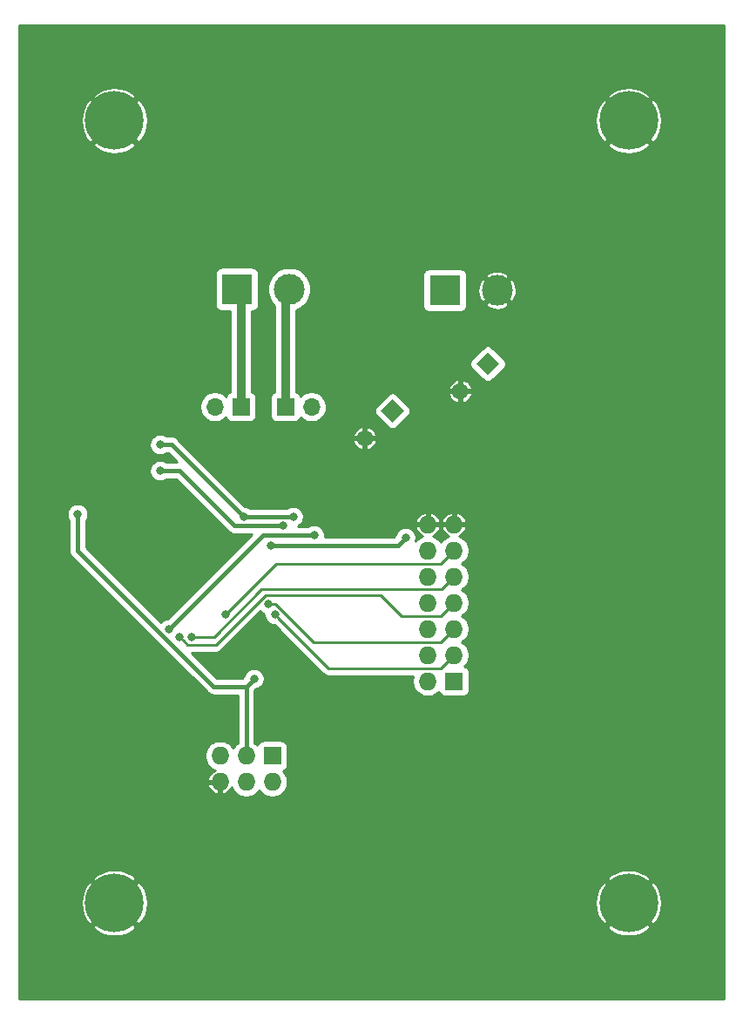
<source format=gbr>
G04 #@! TF.GenerationSoftware,KiCad,Pcbnew,5.1.5-52549c5~86~ubuntu18.04.1*
G04 #@! TF.CreationDate,2020-05-19T19:30:44+02:00*
G04 #@! TF.ProjectId,antenna_switch_comms,616e7465-6e6e-4615-9f73-77697463685f,rev?*
G04 #@! TF.SameCoordinates,Original*
G04 #@! TF.FileFunction,Copper,L2,Bot*
G04 #@! TF.FilePolarity,Positive*
%FSLAX46Y46*%
G04 Gerber Fmt 4.6, Leading zero omitted, Abs format (unit mm)*
G04 Created by KiCad (PCBNEW 5.1.5-52549c5~86~ubuntu18.04.1) date 2020-05-19 19:30:44*
%MOMM*%
%LPD*%
G04 APERTURE LIST*
%ADD10C,5.700000*%
%ADD11C,1.600000*%
%ADD12C,0.100000*%
%ADD13R,1.727200X1.727200*%
%ADD14O,1.727200X1.727200*%
%ADD15R,3.000000X3.000000*%
%ADD16C,3.000000*%
%ADD17O,1.700000X1.700000*%
%ADD18R,1.700000X1.700000*%
%ADD19C,0.800000*%
%ADD20C,0.406400*%
%ADD21C,0.812800*%
%ADD22C,0.254000*%
G04 APERTURE END LIST*
D10*
X110000000Y-110000000D03*
X160000000Y-186000000D03*
X160000000Y-110000000D03*
X110000000Y-186000000D03*
D11*
X143616994Y-136291006D03*
G04 #@! TA.AperFunction,ComponentPad*
D12*
G36*
X146304000Y-132472629D02*
G01*
X147435371Y-133604000D01*
X146304000Y-134735371D01*
X145172629Y-133604000D01*
X146304000Y-132472629D01*
G37*
G04 #@! TD.AperFunction*
G04 #@! TA.AperFunction,ComponentPad*
G36*
X137033000Y-137044629D02*
G01*
X138164371Y-138176000D01*
X137033000Y-139307371D01*
X135901629Y-138176000D01*
X137033000Y-137044629D01*
G37*
G04 #@! TD.AperFunction*
D11*
X134345994Y-140863006D03*
D13*
X125349000Y-171704000D03*
D14*
X125349000Y-174244000D03*
X122809000Y-171704000D03*
X122809000Y-174244000D03*
X120269000Y-171704000D03*
X120269000Y-174244000D03*
D13*
X143002000Y-164465000D03*
D14*
X140462000Y-164465000D03*
X143002000Y-161925000D03*
X140462000Y-161925000D03*
X143002000Y-159385000D03*
X140462000Y-159385000D03*
X143002000Y-156845000D03*
X140462000Y-156845000D03*
X143002000Y-154305000D03*
X140462000Y-154305000D03*
X143002000Y-151765000D03*
X140462000Y-151765000D03*
X143002000Y-149225000D03*
X140462000Y-149225000D03*
D15*
X142113000Y-126492000D03*
D16*
X147193000Y-126492000D03*
X127000000Y-126365000D03*
D15*
X121920000Y-126365000D03*
D17*
X129159000Y-137795000D03*
D18*
X126619000Y-137795000D03*
X122301000Y-137795000D03*
D17*
X119761000Y-137795000D03*
D19*
X156210000Y-135890000D03*
X156210000Y-138430000D03*
X161290000Y-138430000D03*
X161290000Y-135890000D03*
X160020000Y-139700000D03*
X160020000Y-137160000D03*
X158750000Y-135890000D03*
X158750000Y-138430000D03*
X157480000Y-137160000D03*
X157480000Y-139700000D03*
X130429000Y-164719000D03*
X128523996Y-166624000D03*
X115697000Y-146812000D03*
X114554000Y-149479000D03*
X120015000Y-140716000D03*
X114427000Y-138938000D03*
X114427000Y-146558000D03*
X127508000Y-141605000D03*
X106553000Y-158877000D03*
X124968000Y-159258000D03*
X106427282Y-155573718D03*
X118745000Y-153162000D03*
X119761000Y-152273000D03*
X117602004Y-134620000D03*
X118110010Y-132080000D03*
X134493000Y-122936000D03*
X130937000Y-132080000D03*
X152273000Y-129159000D03*
X152273000Y-145796000D03*
X167640000Y-101600000D03*
X165100000Y-101600000D03*
X162560000Y-101600000D03*
X160020000Y-101600000D03*
X157480000Y-101600000D03*
X123825000Y-158750000D03*
X115570000Y-154940000D03*
X114300000Y-154940000D03*
X113030000Y-154940000D03*
X113030000Y-156210000D03*
X114300000Y-156210000D03*
X104775000Y-155575000D03*
X107950000Y-155575000D03*
X104775000Y-158750000D03*
X107950000Y-158750000D03*
X109220000Y-177165000D03*
X113030000Y-177165000D03*
X113030000Y-175895000D03*
X113030000Y-178435000D03*
X109220000Y-175895000D03*
X109220000Y-178435000D03*
X140335000Y-147320000D03*
X142875000Y-147320000D03*
X141605000Y-147320000D03*
X128905000Y-140335000D03*
X127635000Y-140335000D03*
X131445000Y-137795000D03*
X118745000Y-140970000D03*
X121285000Y-140970000D03*
X117475000Y-133350000D03*
X135255000Y-135255000D03*
X136525000Y-135255000D03*
X137795000Y-135255000D03*
X135890000Y-136525000D03*
X135890000Y-141605000D03*
X137160000Y-141605000D03*
X135890000Y-142875000D03*
X137160000Y-142875000D03*
X132715000Y-142875000D03*
X157480000Y-134620000D03*
X160020000Y-134620000D03*
X161290000Y-140970000D03*
X158750000Y-140970000D03*
X156210000Y-140970000D03*
X156210000Y-133350000D03*
X156210000Y-130810000D03*
X157480000Y-132080000D03*
X158750000Y-130810000D03*
X158750000Y-133350000D03*
X160020000Y-132080000D03*
X161290000Y-130810000D03*
X161290000Y-133350000D03*
X162560000Y-132080000D03*
X163830000Y-130810000D03*
X163830000Y-133350000D03*
X165100000Y-132080000D03*
X166370000Y-130810000D03*
X166370000Y-133350000D03*
X167640000Y-132080000D03*
X168910000Y-130810000D03*
X168910000Y-133350000D03*
X167640000Y-134620000D03*
X168910000Y-135890000D03*
X167640000Y-137160000D03*
X168910000Y-138430000D03*
X167640000Y-139700000D03*
X166370000Y-135890000D03*
X163830000Y-135890000D03*
X162560000Y-134620000D03*
X165100000Y-134620000D03*
X165100000Y-137160000D03*
X162560000Y-137160000D03*
X163830000Y-138430000D03*
X166370000Y-138430000D03*
X165100000Y-139700000D03*
X162560000Y-139700000D03*
X163830000Y-140970000D03*
X166370000Y-140970000D03*
X168910000Y-140970000D03*
X167640000Y-142240000D03*
X165100000Y-142240000D03*
X162560000Y-142240000D03*
X160020000Y-142240000D03*
X157480000Y-142240000D03*
X156210000Y-143510000D03*
X158750000Y-143510000D03*
X161290000Y-143510000D03*
X163830000Y-143510000D03*
X166370000Y-143510000D03*
X168910000Y-143510000D03*
X167640000Y-144780000D03*
X165100000Y-144780000D03*
X162560000Y-144780000D03*
X160020000Y-144780000D03*
X157480000Y-144780000D03*
X168910000Y-146050000D03*
X167640000Y-147320000D03*
X168910000Y-148590000D03*
X167640000Y-149860000D03*
X168910000Y-151130000D03*
X167640000Y-152400000D03*
X168910000Y-153670000D03*
X167640000Y-154940000D03*
X168910000Y-156210000D03*
X167640000Y-157480000D03*
X168910000Y-158750000D03*
X167640000Y-160020000D03*
X168910000Y-161290000D03*
X167640000Y-162560000D03*
X168910000Y-163830000D03*
X167640000Y-165100000D03*
X168910000Y-166370000D03*
X167640000Y-167640000D03*
X168910000Y-168910000D03*
X167640000Y-170180000D03*
X168910000Y-171450000D03*
X167640000Y-172720000D03*
X168910000Y-173990000D03*
X167640000Y-175260000D03*
X168910000Y-176530000D03*
X167640000Y-177800000D03*
X168910000Y-179070000D03*
X167640000Y-180340000D03*
X168910000Y-181610000D03*
X167640000Y-182880000D03*
X168910000Y-184150000D03*
X167640000Y-185420000D03*
X168910000Y-186690000D03*
X167640000Y-187960000D03*
X168910000Y-189230000D03*
X167640000Y-190500000D03*
X168910000Y-191770000D03*
X167640000Y-193040000D03*
X168910000Y-194310000D03*
X166370000Y-194310000D03*
X165100000Y-193040000D03*
X163830000Y-194310000D03*
X162560000Y-193040000D03*
X161290000Y-194310000D03*
X160020000Y-193040000D03*
X158750000Y-194310000D03*
X157480000Y-193040000D03*
X156210000Y-194310000D03*
X154940000Y-193040000D03*
X153670000Y-194310000D03*
X151130000Y-194310000D03*
X152400000Y-193040000D03*
X148590000Y-194310000D03*
X149860000Y-193040000D03*
X147320000Y-193040000D03*
X146050000Y-194310000D03*
X144780000Y-193040000D03*
X143510000Y-194310000D03*
X142240000Y-193040000D03*
X140970000Y-194310000D03*
X139700000Y-193040000D03*
X138430000Y-194310000D03*
X137160000Y-193040000D03*
X135890000Y-194310000D03*
X134620000Y-193040000D03*
X133350000Y-194310000D03*
X132080000Y-193040000D03*
X130810000Y-194310000D03*
X129540000Y-193040000D03*
X128270000Y-194310000D03*
X127000000Y-193040000D03*
X125730000Y-194310000D03*
X124460000Y-193040000D03*
X123190000Y-194310000D03*
X121920000Y-193040000D03*
X120650000Y-194310000D03*
X119380000Y-193040000D03*
X118110000Y-194310000D03*
X116840000Y-193040000D03*
X115570000Y-194310000D03*
X114300000Y-193040000D03*
X113030000Y-194310000D03*
X111760000Y-193040000D03*
X110490000Y-194310000D03*
X109220000Y-193040000D03*
X107950000Y-194310000D03*
X106680000Y-193040000D03*
X105410000Y-194310000D03*
X104140000Y-193040000D03*
X102870000Y-194310000D03*
X101600000Y-193040000D03*
X102870000Y-191770000D03*
X101600000Y-190500000D03*
X102870000Y-189230000D03*
X101600000Y-187960000D03*
X102870000Y-186690000D03*
X101600000Y-185420000D03*
X102870000Y-184150000D03*
X101600000Y-182880000D03*
X102870000Y-181610000D03*
X101600000Y-180340000D03*
X102870000Y-179070000D03*
X101600000Y-177800000D03*
X102870000Y-176530000D03*
X101600000Y-175260000D03*
X102870000Y-173990000D03*
X101600000Y-172720000D03*
X102870000Y-171450000D03*
X101600000Y-170180000D03*
X102870000Y-168910000D03*
X101600000Y-167640000D03*
X102870000Y-166370000D03*
X101600000Y-165100000D03*
X102870000Y-163830000D03*
X101600000Y-162560000D03*
X102870000Y-161290000D03*
X101600000Y-160020000D03*
X102870000Y-158750000D03*
X101600000Y-157480000D03*
X102870000Y-156210000D03*
X101600000Y-154940000D03*
X102870000Y-153670000D03*
X101600000Y-152400000D03*
X102870000Y-151130000D03*
X101600000Y-149860000D03*
X102870000Y-148590000D03*
X101600000Y-147320000D03*
X102870000Y-146050000D03*
X101600000Y-144780000D03*
X102870000Y-143510000D03*
X101600000Y-142240000D03*
X102870000Y-140970000D03*
X101600000Y-139700000D03*
X102870000Y-138430000D03*
X101600000Y-137160000D03*
X102870000Y-135890000D03*
X101600000Y-134620000D03*
X102870000Y-133350000D03*
X101600000Y-132080000D03*
X102870000Y-130810000D03*
X101600000Y-129540000D03*
X102870000Y-128270000D03*
X101600000Y-127000000D03*
X102870000Y-125730000D03*
X101600000Y-124460000D03*
X102870000Y-123190000D03*
X101600000Y-121920000D03*
X102870000Y-120650000D03*
X101600000Y-119380000D03*
X102870000Y-118110000D03*
X101600000Y-116840000D03*
X102870000Y-115570000D03*
X101600000Y-114300000D03*
X102870000Y-113030000D03*
X101600000Y-111760000D03*
X102870000Y-110490000D03*
X101600000Y-109220000D03*
X102870000Y-107950000D03*
X101600000Y-106680000D03*
X102870000Y-105410000D03*
X101600000Y-104140000D03*
X102870000Y-102870000D03*
X101600000Y-101600000D03*
X104140000Y-101600000D03*
X105410000Y-102870000D03*
X106680000Y-101600000D03*
X107950000Y-102870000D03*
X109220000Y-101600000D03*
X110490000Y-102870000D03*
X111760000Y-101600000D03*
X157480000Y-129540000D03*
X160020000Y-129540000D03*
X162560000Y-129540000D03*
X167640000Y-129540000D03*
X165100000Y-129540000D03*
X168910000Y-128270000D03*
X167640000Y-127000000D03*
X168910000Y-125730000D03*
X167640000Y-124460000D03*
X168910000Y-123190000D03*
X167640000Y-121920000D03*
X168910000Y-120650000D03*
X167640000Y-119380000D03*
X168910000Y-118110000D03*
X167640000Y-116840000D03*
X168910000Y-115570000D03*
X167640000Y-114300000D03*
X168910000Y-113030000D03*
X167640000Y-111760000D03*
X168910000Y-110490000D03*
X167640000Y-109220000D03*
X168910000Y-107950000D03*
X167640000Y-106680000D03*
X168910000Y-105410000D03*
X167640000Y-104140000D03*
X168910000Y-102870000D03*
X166370000Y-102870000D03*
X163830000Y-102870000D03*
X161290000Y-102870000D03*
X158750000Y-102870000D03*
X156210000Y-102870000D03*
X154940000Y-101600000D03*
X153670000Y-102870000D03*
X152400000Y-101600000D03*
X151130000Y-102870000D03*
X149860000Y-101600000D03*
X148590000Y-102870000D03*
X147320000Y-101600000D03*
X146050000Y-102870000D03*
X144780000Y-101600000D03*
X143510000Y-102870000D03*
X142240000Y-101600000D03*
X140970000Y-102870000D03*
X139700000Y-101600000D03*
X138430000Y-102870000D03*
X137160000Y-101600000D03*
X135890000Y-102870000D03*
X134620000Y-101600000D03*
X133350000Y-102870000D03*
X132080000Y-101600000D03*
X130810000Y-102870000D03*
X129540000Y-101600000D03*
X128270000Y-102870000D03*
X127000000Y-101600000D03*
X125730000Y-102870000D03*
X124460000Y-101600000D03*
X123190000Y-102870000D03*
X121920000Y-101600000D03*
X120650000Y-102870000D03*
X119380000Y-101600000D03*
X118110000Y-102870000D03*
X116840000Y-101600000D03*
X115570000Y-102870000D03*
X114300000Y-101600000D03*
X113030000Y-102870000D03*
X106426000Y-148209000D03*
X123571002Y-164211000D03*
X122301000Y-132080000D03*
X126619000Y-132080000D03*
X129413000Y-150241000D03*
X115316000Y-159385000D03*
X138303000Y-150495000D03*
X125222000Y-151257000D03*
X125603000Y-157988000D03*
X124968000Y-156972000D03*
X116332000Y-160147014D03*
X117475004Y-160147000D03*
X120777000Y-157988000D03*
X122555000Y-148463000D03*
X127381000Y-148463000D03*
X114427000Y-141478000D03*
X114427000Y-144018000D03*
X126365000Y-149352010D03*
D20*
X122809000Y-164973002D02*
X123571002Y-164211000D01*
X122809000Y-171704000D02*
X122809000Y-164973002D01*
X122809000Y-164973000D02*
X123571000Y-164211000D01*
X119634000Y-164973000D02*
X122809000Y-164973000D01*
X123571000Y-164211000D02*
X123571002Y-164211000D01*
X106426000Y-148209000D02*
X106426000Y-151765000D01*
X106426000Y-151765000D02*
X119634000Y-164973000D01*
D21*
X122301000Y-126746000D02*
X121920000Y-126365000D01*
X122301000Y-132080000D02*
X122301000Y-126746000D01*
X122301000Y-137795000D02*
X122301000Y-132080000D01*
X126619000Y-126746000D02*
X127000000Y-126365000D01*
X126619000Y-132080000D02*
X126619000Y-126746000D01*
X126619000Y-137795000D02*
X126619000Y-132080000D01*
D20*
X124460000Y-150241000D02*
X115715999Y-158985001D01*
X129413000Y-150241000D02*
X124460000Y-150241000D01*
X115715999Y-158985001D02*
X115316000Y-159385000D01*
X137541000Y-151257000D02*
X125787685Y-151257000D01*
X138303000Y-150495000D02*
X137541000Y-151257000D01*
X125787685Y-151257000D02*
X125222000Y-151257000D01*
D22*
X126002999Y-158387999D02*
X125603000Y-157988000D01*
X130810000Y-163195000D02*
X126002999Y-158387999D01*
X143002000Y-161925000D02*
X141732000Y-163195000D01*
X141732000Y-163195000D02*
X130810000Y-163195000D01*
X141732000Y-160655000D02*
X129343685Y-160655000D01*
X129343685Y-160655000D02*
X125660685Y-156972000D01*
X125533685Y-156972000D02*
X124968000Y-156972000D01*
X143002000Y-159385000D02*
X141732000Y-160655000D01*
X125660685Y-156972000D02*
X125533685Y-156972000D01*
X116731999Y-160547013D02*
X116332000Y-160147014D01*
X117112985Y-160927999D02*
X116731999Y-160547013D01*
X141732000Y-158115000D02*
X137922000Y-158115000D01*
X143002000Y-156845000D02*
X141732000Y-158115000D01*
X124714000Y-156083000D02*
X119869001Y-160927999D01*
X137922000Y-158115000D02*
X135890000Y-156083000D01*
X135890000Y-156083000D02*
X124714000Y-156083000D01*
X119869001Y-160927999D02*
X117112985Y-160927999D01*
X141776412Y-155530588D02*
X124313912Y-155530588D01*
X124313912Y-155530588D02*
X119697500Y-160147000D01*
X143002000Y-154305000D02*
X141776412Y-155530588D01*
X119697500Y-160147000D02*
X118040689Y-160147000D01*
X118040689Y-160147000D02*
X117475004Y-160147000D01*
X125730000Y-153035000D02*
X120777000Y-157988000D01*
X143002000Y-151765000D02*
X141732000Y-153035000D01*
X141732000Y-153035000D02*
X125730000Y-153035000D01*
D20*
X115570000Y-141478000D02*
X122555000Y-148463000D01*
X114427000Y-141478000D02*
X115570000Y-141478000D01*
X122555000Y-148463000D02*
X127381000Y-148463000D01*
X125799315Y-149352010D02*
X126365000Y-149352010D01*
X121666010Y-149352010D02*
X125799315Y-149352010D01*
X114427000Y-144018000D02*
X116332000Y-144018000D01*
X116332000Y-144018000D02*
X121666010Y-149352010D01*
D22*
G36*
X169265001Y-195265000D02*
G01*
X100735000Y-195265000D01*
X100735000Y-188316357D01*
X107863248Y-188316357D01*
X108195883Y-188699220D01*
X108757140Y-188999321D01*
X109366159Y-189184160D01*
X109999537Y-189246633D01*
X110632933Y-189184341D01*
X111242005Y-188999676D01*
X111803348Y-188699734D01*
X111804117Y-188699220D01*
X112136752Y-188316357D01*
X157863248Y-188316357D01*
X158195883Y-188699220D01*
X158757140Y-188999321D01*
X159366159Y-189184160D01*
X159999537Y-189246633D01*
X160632933Y-189184341D01*
X161242005Y-188999676D01*
X161803348Y-188699734D01*
X161804117Y-188699220D01*
X162136752Y-188316357D01*
X160000000Y-186179605D01*
X157863248Y-188316357D01*
X112136752Y-188316357D01*
X110000000Y-186179605D01*
X107863248Y-188316357D01*
X100735000Y-188316357D01*
X100735000Y-185999537D01*
X106753367Y-185999537D01*
X106815659Y-186632933D01*
X107000324Y-187242005D01*
X107300266Y-187803348D01*
X107300780Y-187804117D01*
X107683643Y-188136752D01*
X109820395Y-186000000D01*
X110179605Y-186000000D01*
X112316357Y-188136752D01*
X112699220Y-187804117D01*
X112999321Y-187242860D01*
X113184160Y-186633841D01*
X113246633Y-186000463D01*
X113246542Y-185999537D01*
X156753367Y-185999537D01*
X156815659Y-186632933D01*
X157000324Y-187242005D01*
X157300266Y-187803348D01*
X157300780Y-187804117D01*
X157683643Y-188136752D01*
X159820395Y-186000000D01*
X160179605Y-186000000D01*
X162316357Y-188136752D01*
X162699220Y-187804117D01*
X162999321Y-187242860D01*
X163184160Y-186633841D01*
X163246633Y-186000463D01*
X163184341Y-185367067D01*
X162999676Y-184757995D01*
X162699734Y-184196652D01*
X162699220Y-184195883D01*
X162316357Y-183863248D01*
X160179605Y-186000000D01*
X159820395Y-186000000D01*
X157683643Y-183863248D01*
X157300780Y-184195883D01*
X157000679Y-184757140D01*
X156815840Y-185366159D01*
X156753367Y-185999537D01*
X113246542Y-185999537D01*
X113184341Y-185367067D01*
X112999676Y-184757995D01*
X112699734Y-184196652D01*
X112699220Y-184195883D01*
X112316357Y-183863248D01*
X110179605Y-186000000D01*
X109820395Y-186000000D01*
X107683643Y-183863248D01*
X107300780Y-184195883D01*
X107000679Y-184757140D01*
X106815840Y-185366159D01*
X106753367Y-185999537D01*
X100735000Y-185999537D01*
X100735000Y-183683643D01*
X107863248Y-183683643D01*
X110000000Y-185820395D01*
X112136752Y-183683643D01*
X157863248Y-183683643D01*
X160000000Y-185820395D01*
X162136752Y-183683643D01*
X161804117Y-183300780D01*
X161242860Y-183000679D01*
X160633841Y-182815840D01*
X160000463Y-182753367D01*
X159367067Y-182815659D01*
X158757995Y-183000324D01*
X158196652Y-183300266D01*
X158195883Y-183300780D01*
X157863248Y-183683643D01*
X112136752Y-183683643D01*
X111804117Y-183300780D01*
X111242860Y-183000679D01*
X110633841Y-182815840D01*
X110000463Y-182753367D01*
X109367067Y-182815659D01*
X108757995Y-183000324D01*
X108196652Y-183300266D01*
X108195883Y-183300780D01*
X107863248Y-183683643D01*
X100735000Y-183683643D01*
X100735000Y-174563119D01*
X119066001Y-174563119D01*
X119151373Y-174791681D01*
X119279695Y-174999196D01*
X119446036Y-175177689D01*
X119644003Y-175320301D01*
X119865988Y-175421551D01*
X119949882Y-175446993D01*
X120142000Y-175386312D01*
X120142000Y-174371000D01*
X119126141Y-174371000D01*
X119066001Y-174563119D01*
X100735000Y-174563119D01*
X100735000Y-148107061D01*
X105391000Y-148107061D01*
X105391000Y-148310939D01*
X105430774Y-148510898D01*
X105508795Y-148699256D01*
X105587800Y-148817496D01*
X105587801Y-151723828D01*
X105583746Y-151765000D01*
X105599929Y-151929315D01*
X105647858Y-152087316D01*
X105725691Y-152232931D01*
X105767625Y-152284027D01*
X105830437Y-152360564D01*
X105862413Y-152386806D01*
X119012194Y-165536588D01*
X119038436Y-165568564D01*
X119070412Y-165594806D01*
X119070414Y-165594808D01*
X119112125Y-165629039D01*
X119166068Y-165673309D01*
X119311683Y-165751142D01*
X119469684Y-165799071D01*
X119592830Y-165811200D01*
X119592837Y-165811200D01*
X119634000Y-165815254D01*
X119675163Y-165811200D01*
X121970801Y-165811200D01*
X121970800Y-170461716D01*
X121853698Y-170539961D01*
X121644961Y-170748698D01*
X121539000Y-170907281D01*
X121433039Y-170748698D01*
X121224302Y-170539961D01*
X120978853Y-170375958D01*
X120706125Y-170262990D01*
X120416599Y-170205400D01*
X120121401Y-170205400D01*
X119831875Y-170262990D01*
X119559147Y-170375958D01*
X119313698Y-170539961D01*
X119104961Y-170748698D01*
X118940958Y-170994147D01*
X118827990Y-171266875D01*
X118770400Y-171556401D01*
X118770400Y-171851599D01*
X118827990Y-172141125D01*
X118940958Y-172413853D01*
X119104961Y-172659302D01*
X119313698Y-172868039D01*
X119559147Y-173032042D01*
X119759486Y-173115026D01*
X119644003Y-173167699D01*
X119446036Y-173310311D01*
X119279695Y-173488804D01*
X119151373Y-173696319D01*
X119066001Y-173924881D01*
X119126141Y-174117000D01*
X120142000Y-174117000D01*
X120142000Y-174097000D01*
X120396000Y-174097000D01*
X120396000Y-174117000D01*
X120416000Y-174117000D01*
X120416000Y-174371000D01*
X120396000Y-174371000D01*
X120396000Y-175386312D01*
X120588118Y-175446993D01*
X120672012Y-175421551D01*
X120893997Y-175320301D01*
X121091964Y-175177689D01*
X121258305Y-174999196D01*
X121386627Y-174791681D01*
X121399504Y-174757206D01*
X121480958Y-174953853D01*
X121644961Y-175199302D01*
X121853698Y-175408039D01*
X122099147Y-175572042D01*
X122371875Y-175685010D01*
X122661401Y-175742600D01*
X122956599Y-175742600D01*
X123246125Y-175685010D01*
X123518853Y-175572042D01*
X123764302Y-175408039D01*
X123973039Y-175199302D01*
X124079000Y-175040719D01*
X124184961Y-175199302D01*
X124393698Y-175408039D01*
X124639147Y-175572042D01*
X124911875Y-175685010D01*
X125201401Y-175742600D01*
X125496599Y-175742600D01*
X125786125Y-175685010D01*
X126058853Y-175572042D01*
X126304302Y-175408039D01*
X126513039Y-175199302D01*
X126677042Y-174953853D01*
X126790010Y-174681125D01*
X126847600Y-174391599D01*
X126847600Y-174096401D01*
X126790010Y-173806875D01*
X126677042Y-173534147D01*
X126513039Y-173288698D01*
X126398977Y-173174636D01*
X126456780Y-173157102D01*
X126567094Y-173098137D01*
X126663785Y-173018785D01*
X126743137Y-172922094D01*
X126802102Y-172811780D01*
X126838412Y-172692082D01*
X126850672Y-172567600D01*
X126850672Y-170840400D01*
X126838412Y-170715918D01*
X126802102Y-170596220D01*
X126743137Y-170485906D01*
X126663785Y-170389215D01*
X126567094Y-170309863D01*
X126456780Y-170250898D01*
X126337082Y-170214588D01*
X126212600Y-170202328D01*
X124485400Y-170202328D01*
X124360918Y-170214588D01*
X124241220Y-170250898D01*
X124130906Y-170309863D01*
X124034215Y-170389215D01*
X123954863Y-170485906D01*
X123895898Y-170596220D01*
X123878364Y-170654023D01*
X123764302Y-170539961D01*
X123647200Y-170461716D01*
X123647200Y-165320195D01*
X123733427Y-165233969D01*
X123872900Y-165206226D01*
X124061258Y-165128205D01*
X124230776Y-165014937D01*
X124374939Y-164870774D01*
X124488207Y-164701256D01*
X124566228Y-164512898D01*
X124606002Y-164312939D01*
X124606002Y-164109061D01*
X124566228Y-163909102D01*
X124488207Y-163720744D01*
X124374939Y-163551226D01*
X124230776Y-163407063D01*
X124061258Y-163293795D01*
X123872900Y-163215774D01*
X123672941Y-163176000D01*
X123469063Y-163176000D01*
X123269104Y-163215774D01*
X123080746Y-163293795D01*
X122911228Y-163407063D01*
X122767065Y-163551226D01*
X122653797Y-163720744D01*
X122575776Y-163909102D01*
X122548034Y-164048573D01*
X122461807Y-164134800D01*
X119981194Y-164134800D01*
X117536393Y-161689999D01*
X119831578Y-161689999D01*
X119869001Y-161693685D01*
X119906424Y-161689999D01*
X119906427Y-161689999D01*
X120018379Y-161678973D01*
X120162016Y-161635401D01*
X120294393Y-161564644D01*
X120410423Y-161469421D01*
X120434285Y-161440345D01*
X124203460Y-157671171D01*
X124308226Y-157775937D01*
X124477744Y-157889205D01*
X124568000Y-157926591D01*
X124568000Y-158089939D01*
X124607774Y-158289898D01*
X124685795Y-158478256D01*
X124799063Y-158647774D01*
X124943226Y-158791937D01*
X125112744Y-158905205D01*
X125301102Y-158983226D01*
X125501061Y-159023000D01*
X125560370Y-159023000D01*
X130244721Y-163707352D01*
X130268578Y-163736422D01*
X130384608Y-163831645D01*
X130516985Y-163902402D01*
X130660622Y-163945974D01*
X130772574Y-163957000D01*
X130772576Y-163957000D01*
X130809999Y-163960686D01*
X130847422Y-163957000D01*
X139050347Y-163957000D01*
X139020990Y-164027875D01*
X138963400Y-164317401D01*
X138963400Y-164612599D01*
X139020990Y-164902125D01*
X139133958Y-165174853D01*
X139297961Y-165420302D01*
X139506698Y-165629039D01*
X139752147Y-165793042D01*
X140024875Y-165906010D01*
X140314401Y-165963600D01*
X140609599Y-165963600D01*
X140899125Y-165906010D01*
X141171853Y-165793042D01*
X141417302Y-165629039D01*
X141531364Y-165514977D01*
X141548898Y-165572780D01*
X141607863Y-165683094D01*
X141687215Y-165779785D01*
X141783906Y-165859137D01*
X141894220Y-165918102D01*
X142013918Y-165954412D01*
X142138400Y-165966672D01*
X143865600Y-165966672D01*
X143990082Y-165954412D01*
X144109780Y-165918102D01*
X144220094Y-165859137D01*
X144316785Y-165779785D01*
X144396137Y-165683094D01*
X144455102Y-165572780D01*
X144491412Y-165453082D01*
X144503672Y-165328600D01*
X144503672Y-163601400D01*
X144491412Y-163476918D01*
X144455102Y-163357220D01*
X144396137Y-163246906D01*
X144316785Y-163150215D01*
X144220094Y-163070863D01*
X144109780Y-163011898D01*
X144051977Y-162994364D01*
X144166039Y-162880302D01*
X144330042Y-162634853D01*
X144443010Y-162362125D01*
X144500600Y-162072599D01*
X144500600Y-161777401D01*
X144443010Y-161487875D01*
X144330042Y-161215147D01*
X144166039Y-160969698D01*
X143957302Y-160760961D01*
X143798719Y-160655000D01*
X143957302Y-160549039D01*
X144166039Y-160340302D01*
X144330042Y-160094853D01*
X144443010Y-159822125D01*
X144500600Y-159532599D01*
X144500600Y-159237401D01*
X144443010Y-158947875D01*
X144330042Y-158675147D01*
X144166039Y-158429698D01*
X143957302Y-158220961D01*
X143798719Y-158115000D01*
X143957302Y-158009039D01*
X144166039Y-157800302D01*
X144330042Y-157554853D01*
X144443010Y-157282125D01*
X144500600Y-156992599D01*
X144500600Y-156697401D01*
X144443010Y-156407875D01*
X144330042Y-156135147D01*
X144166039Y-155889698D01*
X143957302Y-155680961D01*
X143798719Y-155575000D01*
X143957302Y-155469039D01*
X144166039Y-155260302D01*
X144330042Y-155014853D01*
X144443010Y-154742125D01*
X144500600Y-154452599D01*
X144500600Y-154157401D01*
X144443010Y-153867875D01*
X144330042Y-153595147D01*
X144166039Y-153349698D01*
X143957302Y-153140961D01*
X143798719Y-153035000D01*
X143957302Y-152929039D01*
X144166039Y-152720302D01*
X144330042Y-152474853D01*
X144443010Y-152202125D01*
X144500600Y-151912599D01*
X144500600Y-151617401D01*
X144443010Y-151327875D01*
X144330042Y-151055147D01*
X144166039Y-150809698D01*
X143957302Y-150600961D01*
X143711853Y-150436958D01*
X143515206Y-150355504D01*
X143549681Y-150342627D01*
X143757196Y-150214305D01*
X143935689Y-150047964D01*
X144078301Y-149849997D01*
X144179551Y-149628012D01*
X144204993Y-149544118D01*
X144144312Y-149352000D01*
X143129000Y-149352000D01*
X143129000Y-149372000D01*
X142875000Y-149372000D01*
X142875000Y-149352000D01*
X141859688Y-149352000D01*
X141799007Y-149544118D01*
X141824449Y-149628012D01*
X141925699Y-149849997D01*
X142068311Y-150047964D01*
X142246804Y-150214305D01*
X142454319Y-150342627D01*
X142488794Y-150355504D01*
X142292147Y-150436958D01*
X142046698Y-150600961D01*
X141837961Y-150809698D01*
X141732000Y-150968281D01*
X141626039Y-150809698D01*
X141417302Y-150600961D01*
X141171853Y-150436958D01*
X140975206Y-150355504D01*
X141009681Y-150342627D01*
X141217196Y-150214305D01*
X141395689Y-150047964D01*
X141538301Y-149849997D01*
X141639551Y-149628012D01*
X141664993Y-149544118D01*
X141604312Y-149352000D01*
X140589000Y-149352000D01*
X140589000Y-149372000D01*
X140335000Y-149372000D01*
X140335000Y-149352000D01*
X139319688Y-149352000D01*
X139259007Y-149544118D01*
X139284449Y-149628012D01*
X139385699Y-149849997D01*
X139528311Y-150047964D01*
X139706804Y-150214305D01*
X139914319Y-150342627D01*
X139948794Y-150355504D01*
X139752147Y-150436958D01*
X139506698Y-150600961D01*
X139297961Y-150809698D01*
X139284709Y-150829532D01*
X139298226Y-150796898D01*
X139338000Y-150596939D01*
X139338000Y-150393061D01*
X139298226Y-150193102D01*
X139220205Y-150004744D01*
X139106937Y-149835226D01*
X138962774Y-149691063D01*
X138793256Y-149577795D01*
X138604898Y-149499774D01*
X138404939Y-149460000D01*
X138201061Y-149460000D01*
X138001102Y-149499774D01*
X137812744Y-149577795D01*
X137643226Y-149691063D01*
X137499063Y-149835226D01*
X137385795Y-150004744D01*
X137307774Y-150193102D01*
X137280031Y-150332575D01*
X137193807Y-150418800D01*
X130432910Y-150418800D01*
X130448000Y-150342939D01*
X130448000Y-150139061D01*
X130408226Y-149939102D01*
X130330205Y-149750744D01*
X130216937Y-149581226D01*
X130072774Y-149437063D01*
X129903256Y-149323795D01*
X129714898Y-149245774D01*
X129514939Y-149206000D01*
X129311061Y-149206000D01*
X129111102Y-149245774D01*
X128922744Y-149323795D01*
X128804504Y-149402800D01*
X127816707Y-149402800D01*
X127871256Y-149380205D01*
X128040774Y-149266937D01*
X128184937Y-149122774D01*
X128298205Y-148953256D01*
X128317828Y-148905882D01*
X139259007Y-148905882D01*
X139319688Y-149098000D01*
X140335000Y-149098000D01*
X140335000Y-148082141D01*
X140589000Y-148082141D01*
X140589000Y-149098000D01*
X141604312Y-149098000D01*
X141664993Y-148905882D01*
X141799007Y-148905882D01*
X141859688Y-149098000D01*
X142875000Y-149098000D01*
X142875000Y-148082141D01*
X143129000Y-148082141D01*
X143129000Y-149098000D01*
X144144312Y-149098000D01*
X144204993Y-148905882D01*
X144179551Y-148821988D01*
X144078301Y-148600003D01*
X143935689Y-148402036D01*
X143757196Y-148235695D01*
X143549681Y-148107373D01*
X143321119Y-148022001D01*
X143129000Y-148082141D01*
X142875000Y-148082141D01*
X142682881Y-148022001D01*
X142454319Y-148107373D01*
X142246804Y-148235695D01*
X142068311Y-148402036D01*
X141925699Y-148600003D01*
X141824449Y-148821988D01*
X141799007Y-148905882D01*
X141664993Y-148905882D01*
X141639551Y-148821988D01*
X141538301Y-148600003D01*
X141395689Y-148402036D01*
X141217196Y-148235695D01*
X141009681Y-148107373D01*
X140781119Y-148022001D01*
X140589000Y-148082141D01*
X140335000Y-148082141D01*
X140142881Y-148022001D01*
X139914319Y-148107373D01*
X139706804Y-148235695D01*
X139528311Y-148402036D01*
X139385699Y-148600003D01*
X139284449Y-148821988D01*
X139259007Y-148905882D01*
X128317828Y-148905882D01*
X128376226Y-148764898D01*
X128416000Y-148564939D01*
X128416000Y-148361061D01*
X128376226Y-148161102D01*
X128298205Y-147972744D01*
X128184937Y-147803226D01*
X128040774Y-147659063D01*
X127871256Y-147545795D01*
X127682898Y-147467774D01*
X127482939Y-147428000D01*
X127279061Y-147428000D01*
X127079102Y-147467774D01*
X126890744Y-147545795D01*
X126772504Y-147624800D01*
X123163496Y-147624800D01*
X123045256Y-147545795D01*
X122856898Y-147467774D01*
X122717425Y-147440031D01*
X116450413Y-141173019D01*
X133200489Y-141173019D01*
X133282980Y-141390539D01*
X133406322Y-141587786D01*
X133565775Y-141757180D01*
X133755211Y-141892212D01*
X133967351Y-141987692D01*
X134035981Y-142008511D01*
X134218994Y-141947056D01*
X134218994Y-140990006D01*
X134472994Y-140990006D01*
X134472994Y-141947056D01*
X134656007Y-142008511D01*
X134873527Y-141926020D01*
X135070774Y-141802678D01*
X135240168Y-141643225D01*
X135375200Y-141453789D01*
X135470680Y-141241649D01*
X135491499Y-141173019D01*
X135430044Y-140990006D01*
X134472994Y-140990006D01*
X134218994Y-140990006D01*
X133261944Y-140990006D01*
X133200489Y-141173019D01*
X116450413Y-141173019D01*
X116191811Y-140914418D01*
X116165564Y-140882436D01*
X116037932Y-140777691D01*
X115892317Y-140699858D01*
X115734316Y-140651929D01*
X115611170Y-140639800D01*
X115611163Y-140639800D01*
X115570000Y-140635746D01*
X115528837Y-140639800D01*
X115035496Y-140639800D01*
X114917256Y-140560795D01*
X114898421Y-140552993D01*
X133200489Y-140552993D01*
X133261944Y-140736006D01*
X134218994Y-140736006D01*
X134218994Y-139778956D01*
X134472994Y-139778956D01*
X134472994Y-140736006D01*
X135430044Y-140736006D01*
X135491499Y-140552993D01*
X135409008Y-140335473D01*
X135285666Y-140138226D01*
X135126213Y-139968832D01*
X134936777Y-139833800D01*
X134724637Y-139738320D01*
X134656007Y-139717501D01*
X134472994Y-139778956D01*
X134218994Y-139778956D01*
X134035981Y-139717501D01*
X133818461Y-139799992D01*
X133621214Y-139923334D01*
X133451820Y-140082787D01*
X133316788Y-140272223D01*
X133221308Y-140484363D01*
X133200489Y-140552993D01*
X114898421Y-140552993D01*
X114728898Y-140482774D01*
X114528939Y-140443000D01*
X114325061Y-140443000D01*
X114125102Y-140482774D01*
X113936744Y-140560795D01*
X113767226Y-140674063D01*
X113623063Y-140818226D01*
X113509795Y-140987744D01*
X113431774Y-141176102D01*
X113392000Y-141376061D01*
X113392000Y-141579939D01*
X113431774Y-141779898D01*
X113509795Y-141968256D01*
X113623063Y-142137774D01*
X113767226Y-142281937D01*
X113936744Y-142395205D01*
X114125102Y-142473226D01*
X114325061Y-142513000D01*
X114528939Y-142513000D01*
X114728898Y-142473226D01*
X114917256Y-142395205D01*
X115035496Y-142316200D01*
X115222807Y-142316200D01*
X116086407Y-143179800D01*
X115035496Y-143179800D01*
X114917256Y-143100795D01*
X114728898Y-143022774D01*
X114528939Y-142983000D01*
X114325061Y-142983000D01*
X114125102Y-143022774D01*
X113936744Y-143100795D01*
X113767226Y-143214063D01*
X113623063Y-143358226D01*
X113509795Y-143527744D01*
X113431774Y-143716102D01*
X113392000Y-143916061D01*
X113392000Y-144119939D01*
X113431774Y-144319898D01*
X113509795Y-144508256D01*
X113623063Y-144677774D01*
X113767226Y-144821937D01*
X113936744Y-144935205D01*
X114125102Y-145013226D01*
X114325061Y-145053000D01*
X114528939Y-145053000D01*
X114728898Y-145013226D01*
X114917256Y-144935205D01*
X115035496Y-144856200D01*
X115984807Y-144856200D01*
X121044204Y-149915598D01*
X121070446Y-149947574D01*
X121198078Y-150052319D01*
X121343693Y-150130152D01*
X121501694Y-150178081D01*
X121624840Y-150190210D01*
X121624849Y-150190210D01*
X121666009Y-150194264D01*
X121707169Y-150190210D01*
X123325396Y-150190210D01*
X115153576Y-158362031D01*
X115014102Y-158389774D01*
X114825744Y-158467795D01*
X114656226Y-158581063D01*
X114541841Y-158695448D01*
X107264200Y-151417807D01*
X107264200Y-148817496D01*
X107343205Y-148699256D01*
X107421226Y-148510898D01*
X107461000Y-148310939D01*
X107461000Y-148107061D01*
X107421226Y-147907102D01*
X107343205Y-147718744D01*
X107229937Y-147549226D01*
X107085774Y-147405063D01*
X106916256Y-147291795D01*
X106727898Y-147213774D01*
X106527939Y-147174000D01*
X106324061Y-147174000D01*
X106124102Y-147213774D01*
X105935744Y-147291795D01*
X105766226Y-147405063D01*
X105622063Y-147549226D01*
X105508795Y-147718744D01*
X105430774Y-147907102D01*
X105391000Y-148107061D01*
X100735000Y-148107061D01*
X100735000Y-137648740D01*
X118276000Y-137648740D01*
X118276000Y-137941260D01*
X118333068Y-138228158D01*
X118445010Y-138498411D01*
X118607525Y-138741632D01*
X118814368Y-138948475D01*
X119057589Y-139110990D01*
X119327842Y-139222932D01*
X119614740Y-139280000D01*
X119907260Y-139280000D01*
X120194158Y-139222932D01*
X120464411Y-139110990D01*
X120707632Y-138948475D01*
X120839487Y-138816620D01*
X120861498Y-138889180D01*
X120920463Y-138999494D01*
X120999815Y-139096185D01*
X121096506Y-139175537D01*
X121206820Y-139234502D01*
X121326518Y-139270812D01*
X121451000Y-139283072D01*
X123151000Y-139283072D01*
X123275482Y-139270812D01*
X123395180Y-139234502D01*
X123505494Y-139175537D01*
X123602185Y-139096185D01*
X123681537Y-138999494D01*
X123740502Y-138889180D01*
X123776812Y-138769482D01*
X123789072Y-138645000D01*
X123789072Y-136945000D01*
X123776812Y-136820518D01*
X123740502Y-136700820D01*
X123681537Y-136590506D01*
X123602185Y-136493815D01*
X123505494Y-136414463D01*
X123395180Y-136355498D01*
X123342400Y-136339487D01*
X123342400Y-128503072D01*
X123420000Y-128503072D01*
X123544482Y-128490812D01*
X123664180Y-128454502D01*
X123774494Y-128395537D01*
X123871185Y-128316185D01*
X123950537Y-128219494D01*
X124009502Y-128109180D01*
X124045812Y-127989482D01*
X124058072Y-127865000D01*
X124058072Y-126154721D01*
X124865000Y-126154721D01*
X124865000Y-126575279D01*
X124947047Y-126987756D01*
X125107988Y-127376302D01*
X125341637Y-127725983D01*
X125577601Y-127961947D01*
X125577600Y-132131151D01*
X125577601Y-132131161D01*
X125577600Y-136339487D01*
X125524820Y-136355498D01*
X125414506Y-136414463D01*
X125317815Y-136493815D01*
X125238463Y-136590506D01*
X125179498Y-136700820D01*
X125143188Y-136820518D01*
X125130928Y-136945000D01*
X125130928Y-138645000D01*
X125143188Y-138769482D01*
X125179498Y-138889180D01*
X125238463Y-138999494D01*
X125317815Y-139096185D01*
X125414506Y-139175537D01*
X125524820Y-139234502D01*
X125644518Y-139270812D01*
X125769000Y-139283072D01*
X127469000Y-139283072D01*
X127593482Y-139270812D01*
X127713180Y-139234502D01*
X127823494Y-139175537D01*
X127920185Y-139096185D01*
X127999537Y-138999494D01*
X128058502Y-138889180D01*
X128080513Y-138816620D01*
X128212368Y-138948475D01*
X128455589Y-139110990D01*
X128725842Y-139222932D01*
X129012740Y-139280000D01*
X129305260Y-139280000D01*
X129592158Y-139222932D01*
X129862411Y-139110990D01*
X130105632Y-138948475D01*
X130312475Y-138741632D01*
X130474990Y-138498411D01*
X130586932Y-138228158D01*
X130597306Y-138176000D01*
X135263557Y-138176000D01*
X135275817Y-138300482D01*
X135312127Y-138420180D01*
X135371092Y-138530494D01*
X135450444Y-138627185D01*
X136581815Y-139758556D01*
X136678506Y-139837908D01*
X136788820Y-139896873D01*
X136908518Y-139933183D01*
X137033000Y-139945443D01*
X137157482Y-139933183D01*
X137277180Y-139896873D01*
X137387494Y-139837908D01*
X137484185Y-139758556D01*
X138615556Y-138627185D01*
X138694908Y-138530494D01*
X138753873Y-138420180D01*
X138790183Y-138300482D01*
X138802443Y-138176000D01*
X138790183Y-138051518D01*
X138753873Y-137931820D01*
X138694908Y-137821506D01*
X138615556Y-137724815D01*
X137491760Y-136601019D01*
X142471489Y-136601019D01*
X142553980Y-136818539D01*
X142677322Y-137015786D01*
X142836775Y-137185180D01*
X143026211Y-137320212D01*
X143238351Y-137415692D01*
X143306981Y-137436511D01*
X143489994Y-137375056D01*
X143489994Y-136418006D01*
X143743994Y-136418006D01*
X143743994Y-137375056D01*
X143927007Y-137436511D01*
X144144527Y-137354020D01*
X144341774Y-137230678D01*
X144511168Y-137071225D01*
X144646200Y-136881789D01*
X144741680Y-136669649D01*
X144762499Y-136601019D01*
X144701044Y-136418006D01*
X143743994Y-136418006D01*
X143489994Y-136418006D01*
X142532944Y-136418006D01*
X142471489Y-136601019D01*
X137491760Y-136601019D01*
X137484185Y-136593444D01*
X137387494Y-136514092D01*
X137277180Y-136455127D01*
X137157482Y-136418817D01*
X137033000Y-136406557D01*
X136908518Y-136418817D01*
X136788820Y-136455127D01*
X136678506Y-136514092D01*
X136581815Y-136593444D01*
X135450444Y-137724815D01*
X135371092Y-137821506D01*
X135312127Y-137931820D01*
X135275817Y-138051518D01*
X135263557Y-138176000D01*
X130597306Y-138176000D01*
X130644000Y-137941260D01*
X130644000Y-137648740D01*
X130586932Y-137361842D01*
X130474990Y-137091589D01*
X130312475Y-136848368D01*
X130105632Y-136641525D01*
X129862411Y-136479010D01*
X129592158Y-136367068D01*
X129305260Y-136310000D01*
X129012740Y-136310000D01*
X128725842Y-136367068D01*
X128455589Y-136479010D01*
X128212368Y-136641525D01*
X128080513Y-136773380D01*
X128058502Y-136700820D01*
X127999537Y-136590506D01*
X127920185Y-136493815D01*
X127823494Y-136414463D01*
X127713180Y-136355498D01*
X127660400Y-136339487D01*
X127660400Y-135980993D01*
X142471489Y-135980993D01*
X142532944Y-136164006D01*
X143489994Y-136164006D01*
X143489994Y-135206956D01*
X143743994Y-135206956D01*
X143743994Y-136164006D01*
X144701044Y-136164006D01*
X144762499Y-135980993D01*
X144680008Y-135763473D01*
X144556666Y-135566226D01*
X144397213Y-135396832D01*
X144207777Y-135261800D01*
X143995637Y-135166320D01*
X143927007Y-135145501D01*
X143743994Y-135206956D01*
X143489994Y-135206956D01*
X143306981Y-135145501D01*
X143089461Y-135227992D01*
X142892214Y-135351334D01*
X142722820Y-135510787D01*
X142587788Y-135700223D01*
X142492308Y-135912363D01*
X142471489Y-135980993D01*
X127660400Y-135980993D01*
X127660400Y-133604000D01*
X144534557Y-133604000D01*
X144546817Y-133728482D01*
X144583127Y-133848180D01*
X144642092Y-133958494D01*
X144721444Y-134055185D01*
X145852815Y-135186556D01*
X145949506Y-135265908D01*
X146059820Y-135324873D01*
X146179518Y-135361183D01*
X146304000Y-135373443D01*
X146428482Y-135361183D01*
X146548180Y-135324873D01*
X146658494Y-135265908D01*
X146755185Y-135186556D01*
X147886556Y-134055185D01*
X147965908Y-133958494D01*
X148024873Y-133848180D01*
X148061183Y-133728482D01*
X148073443Y-133604000D01*
X148061183Y-133479518D01*
X148024873Y-133359820D01*
X147965908Y-133249506D01*
X147886556Y-133152815D01*
X146755185Y-132021444D01*
X146658494Y-131942092D01*
X146548180Y-131883127D01*
X146428482Y-131846817D01*
X146304000Y-131834557D01*
X146179518Y-131846817D01*
X146059820Y-131883127D01*
X145949506Y-131942092D01*
X145852815Y-132021444D01*
X144721444Y-133152815D01*
X144642092Y-133249506D01*
X144583127Y-133359820D01*
X144546817Y-133479518D01*
X144534557Y-133604000D01*
X127660400Y-133604000D01*
X127660400Y-128402360D01*
X128011302Y-128257012D01*
X128360983Y-128023363D01*
X128658363Y-127725983D01*
X128892012Y-127376302D01*
X129052953Y-126987756D01*
X129135000Y-126575279D01*
X129135000Y-126154721D01*
X129052953Y-125742244D01*
X128892012Y-125353698D01*
X128658363Y-125004017D01*
X128646346Y-124992000D01*
X139974928Y-124992000D01*
X139974928Y-127992000D01*
X139987188Y-128116482D01*
X140023498Y-128236180D01*
X140082463Y-128346494D01*
X140161815Y-128443185D01*
X140258506Y-128522537D01*
X140368820Y-128581502D01*
X140488518Y-128617812D01*
X140613000Y-128630072D01*
X143613000Y-128630072D01*
X143737482Y-128617812D01*
X143857180Y-128581502D01*
X143967494Y-128522537D01*
X144064185Y-128443185D01*
X144143537Y-128346494D01*
X144202502Y-128236180D01*
X144238812Y-128116482D01*
X144251072Y-127992000D01*
X144251072Y-127847773D01*
X146016833Y-127847773D01*
X146187283Y-128092316D01*
X146518814Y-128257772D01*
X146876253Y-128355371D01*
X147245865Y-128381361D01*
X147613445Y-128334744D01*
X147964868Y-128217311D01*
X148198717Y-128092316D01*
X148369167Y-127847773D01*
X147193000Y-126671605D01*
X146016833Y-127847773D01*
X144251072Y-127847773D01*
X144251072Y-126544865D01*
X145303639Y-126544865D01*
X145350256Y-126912445D01*
X145467689Y-127263868D01*
X145592684Y-127497717D01*
X145837227Y-127668167D01*
X147013395Y-126492000D01*
X147372605Y-126492000D01*
X148548773Y-127668167D01*
X148793316Y-127497717D01*
X148958772Y-127166186D01*
X149056371Y-126808747D01*
X149082361Y-126439135D01*
X149035744Y-126071555D01*
X148918311Y-125720132D01*
X148793316Y-125486283D01*
X148548773Y-125315833D01*
X147372605Y-126492000D01*
X147013395Y-126492000D01*
X145837227Y-125315833D01*
X145592684Y-125486283D01*
X145427228Y-125817814D01*
X145329629Y-126175253D01*
X145303639Y-126544865D01*
X144251072Y-126544865D01*
X144251072Y-125136227D01*
X146016833Y-125136227D01*
X147193000Y-126312395D01*
X148369167Y-125136227D01*
X148198717Y-124891684D01*
X147867186Y-124726228D01*
X147509747Y-124628629D01*
X147140135Y-124602639D01*
X146772555Y-124649256D01*
X146421132Y-124766689D01*
X146187283Y-124891684D01*
X146016833Y-125136227D01*
X144251072Y-125136227D01*
X144251072Y-124992000D01*
X144238812Y-124867518D01*
X144202502Y-124747820D01*
X144143537Y-124637506D01*
X144064185Y-124540815D01*
X143967494Y-124461463D01*
X143857180Y-124402498D01*
X143737482Y-124366188D01*
X143613000Y-124353928D01*
X140613000Y-124353928D01*
X140488518Y-124366188D01*
X140368820Y-124402498D01*
X140258506Y-124461463D01*
X140161815Y-124540815D01*
X140082463Y-124637506D01*
X140023498Y-124747820D01*
X139987188Y-124867518D01*
X139974928Y-124992000D01*
X128646346Y-124992000D01*
X128360983Y-124706637D01*
X128011302Y-124472988D01*
X127622756Y-124312047D01*
X127210279Y-124230000D01*
X126789721Y-124230000D01*
X126377244Y-124312047D01*
X125988698Y-124472988D01*
X125639017Y-124706637D01*
X125341637Y-125004017D01*
X125107988Y-125353698D01*
X124947047Y-125742244D01*
X124865000Y-126154721D01*
X124058072Y-126154721D01*
X124058072Y-124865000D01*
X124045812Y-124740518D01*
X124009502Y-124620820D01*
X123950537Y-124510506D01*
X123871185Y-124413815D01*
X123774494Y-124334463D01*
X123664180Y-124275498D01*
X123544482Y-124239188D01*
X123420000Y-124226928D01*
X120420000Y-124226928D01*
X120295518Y-124239188D01*
X120175820Y-124275498D01*
X120065506Y-124334463D01*
X119968815Y-124413815D01*
X119889463Y-124510506D01*
X119830498Y-124620820D01*
X119794188Y-124740518D01*
X119781928Y-124865000D01*
X119781928Y-127865000D01*
X119794188Y-127989482D01*
X119830498Y-128109180D01*
X119889463Y-128219494D01*
X119968815Y-128316185D01*
X120065506Y-128395537D01*
X120175820Y-128454502D01*
X120295518Y-128490812D01*
X120420000Y-128503072D01*
X121259601Y-128503072D01*
X121259600Y-132131151D01*
X121259601Y-132131161D01*
X121259600Y-136339487D01*
X121206820Y-136355498D01*
X121096506Y-136414463D01*
X120999815Y-136493815D01*
X120920463Y-136590506D01*
X120861498Y-136700820D01*
X120839487Y-136773380D01*
X120707632Y-136641525D01*
X120464411Y-136479010D01*
X120194158Y-136367068D01*
X119907260Y-136310000D01*
X119614740Y-136310000D01*
X119327842Y-136367068D01*
X119057589Y-136479010D01*
X118814368Y-136641525D01*
X118607525Y-136848368D01*
X118445010Y-137091589D01*
X118333068Y-137361842D01*
X118276000Y-137648740D01*
X100735000Y-137648740D01*
X100735000Y-112316357D01*
X107863248Y-112316357D01*
X108195883Y-112699220D01*
X108757140Y-112999321D01*
X109366159Y-113184160D01*
X109999537Y-113246633D01*
X110632933Y-113184341D01*
X111242005Y-112999676D01*
X111803348Y-112699734D01*
X111804117Y-112699220D01*
X112136752Y-112316357D01*
X157863248Y-112316357D01*
X158195883Y-112699220D01*
X158757140Y-112999321D01*
X159366159Y-113184160D01*
X159999537Y-113246633D01*
X160632933Y-113184341D01*
X161242005Y-112999676D01*
X161803348Y-112699734D01*
X161804117Y-112699220D01*
X162136752Y-112316357D01*
X160000000Y-110179605D01*
X157863248Y-112316357D01*
X112136752Y-112316357D01*
X110000000Y-110179605D01*
X107863248Y-112316357D01*
X100735000Y-112316357D01*
X100735000Y-109999537D01*
X106753367Y-109999537D01*
X106815659Y-110632933D01*
X107000324Y-111242005D01*
X107300266Y-111803348D01*
X107300780Y-111804117D01*
X107683643Y-112136752D01*
X109820395Y-110000000D01*
X110179605Y-110000000D01*
X112316357Y-112136752D01*
X112699220Y-111804117D01*
X112999321Y-111242860D01*
X113184160Y-110633841D01*
X113246633Y-110000463D01*
X113246542Y-109999537D01*
X156753367Y-109999537D01*
X156815659Y-110632933D01*
X157000324Y-111242005D01*
X157300266Y-111803348D01*
X157300780Y-111804117D01*
X157683643Y-112136752D01*
X159820395Y-110000000D01*
X160179605Y-110000000D01*
X162316357Y-112136752D01*
X162699220Y-111804117D01*
X162999321Y-111242860D01*
X163184160Y-110633841D01*
X163246633Y-110000463D01*
X163184341Y-109367067D01*
X162999676Y-108757995D01*
X162699734Y-108196652D01*
X162699220Y-108195883D01*
X162316357Y-107863248D01*
X160179605Y-110000000D01*
X159820395Y-110000000D01*
X157683643Y-107863248D01*
X157300780Y-108195883D01*
X157000679Y-108757140D01*
X156815840Y-109366159D01*
X156753367Y-109999537D01*
X113246542Y-109999537D01*
X113184341Y-109367067D01*
X112999676Y-108757995D01*
X112699734Y-108196652D01*
X112699220Y-108195883D01*
X112316357Y-107863248D01*
X110179605Y-110000000D01*
X109820395Y-110000000D01*
X107683643Y-107863248D01*
X107300780Y-108195883D01*
X107000679Y-108757140D01*
X106815840Y-109366159D01*
X106753367Y-109999537D01*
X100735000Y-109999537D01*
X100735000Y-107683643D01*
X107863248Y-107683643D01*
X110000000Y-109820395D01*
X112136752Y-107683643D01*
X157863248Y-107683643D01*
X160000000Y-109820395D01*
X162136752Y-107683643D01*
X161804117Y-107300780D01*
X161242860Y-107000679D01*
X160633841Y-106815840D01*
X160000463Y-106753367D01*
X159367067Y-106815659D01*
X158757995Y-107000324D01*
X158196652Y-107300266D01*
X158195883Y-107300780D01*
X157863248Y-107683643D01*
X112136752Y-107683643D01*
X111804117Y-107300780D01*
X111242860Y-107000679D01*
X110633841Y-106815840D01*
X110000463Y-106753367D01*
X109367067Y-106815659D01*
X108757995Y-107000324D01*
X108196652Y-107300266D01*
X108195883Y-107300780D01*
X107863248Y-107683643D01*
X100735000Y-107683643D01*
X100735000Y-100735000D01*
X169265000Y-100735000D01*
X169265001Y-195265000D01*
G37*
X169265001Y-195265000D02*
X100735000Y-195265000D01*
X100735000Y-188316357D01*
X107863248Y-188316357D01*
X108195883Y-188699220D01*
X108757140Y-188999321D01*
X109366159Y-189184160D01*
X109999537Y-189246633D01*
X110632933Y-189184341D01*
X111242005Y-188999676D01*
X111803348Y-188699734D01*
X111804117Y-188699220D01*
X112136752Y-188316357D01*
X157863248Y-188316357D01*
X158195883Y-188699220D01*
X158757140Y-188999321D01*
X159366159Y-189184160D01*
X159999537Y-189246633D01*
X160632933Y-189184341D01*
X161242005Y-188999676D01*
X161803348Y-188699734D01*
X161804117Y-188699220D01*
X162136752Y-188316357D01*
X160000000Y-186179605D01*
X157863248Y-188316357D01*
X112136752Y-188316357D01*
X110000000Y-186179605D01*
X107863248Y-188316357D01*
X100735000Y-188316357D01*
X100735000Y-185999537D01*
X106753367Y-185999537D01*
X106815659Y-186632933D01*
X107000324Y-187242005D01*
X107300266Y-187803348D01*
X107300780Y-187804117D01*
X107683643Y-188136752D01*
X109820395Y-186000000D01*
X110179605Y-186000000D01*
X112316357Y-188136752D01*
X112699220Y-187804117D01*
X112999321Y-187242860D01*
X113184160Y-186633841D01*
X113246633Y-186000463D01*
X113246542Y-185999537D01*
X156753367Y-185999537D01*
X156815659Y-186632933D01*
X157000324Y-187242005D01*
X157300266Y-187803348D01*
X157300780Y-187804117D01*
X157683643Y-188136752D01*
X159820395Y-186000000D01*
X160179605Y-186000000D01*
X162316357Y-188136752D01*
X162699220Y-187804117D01*
X162999321Y-187242860D01*
X163184160Y-186633841D01*
X163246633Y-186000463D01*
X163184341Y-185367067D01*
X162999676Y-184757995D01*
X162699734Y-184196652D01*
X162699220Y-184195883D01*
X162316357Y-183863248D01*
X160179605Y-186000000D01*
X159820395Y-186000000D01*
X157683643Y-183863248D01*
X157300780Y-184195883D01*
X157000679Y-184757140D01*
X156815840Y-185366159D01*
X156753367Y-185999537D01*
X113246542Y-185999537D01*
X113184341Y-185367067D01*
X112999676Y-184757995D01*
X112699734Y-184196652D01*
X112699220Y-184195883D01*
X112316357Y-183863248D01*
X110179605Y-186000000D01*
X109820395Y-186000000D01*
X107683643Y-183863248D01*
X107300780Y-184195883D01*
X107000679Y-184757140D01*
X106815840Y-185366159D01*
X106753367Y-185999537D01*
X100735000Y-185999537D01*
X100735000Y-183683643D01*
X107863248Y-183683643D01*
X110000000Y-185820395D01*
X112136752Y-183683643D01*
X157863248Y-183683643D01*
X160000000Y-185820395D01*
X162136752Y-183683643D01*
X161804117Y-183300780D01*
X161242860Y-183000679D01*
X160633841Y-182815840D01*
X160000463Y-182753367D01*
X159367067Y-182815659D01*
X158757995Y-183000324D01*
X158196652Y-183300266D01*
X158195883Y-183300780D01*
X157863248Y-183683643D01*
X112136752Y-183683643D01*
X111804117Y-183300780D01*
X111242860Y-183000679D01*
X110633841Y-182815840D01*
X110000463Y-182753367D01*
X109367067Y-182815659D01*
X108757995Y-183000324D01*
X108196652Y-183300266D01*
X108195883Y-183300780D01*
X107863248Y-183683643D01*
X100735000Y-183683643D01*
X100735000Y-174563119D01*
X119066001Y-174563119D01*
X119151373Y-174791681D01*
X119279695Y-174999196D01*
X119446036Y-175177689D01*
X119644003Y-175320301D01*
X119865988Y-175421551D01*
X119949882Y-175446993D01*
X120142000Y-175386312D01*
X120142000Y-174371000D01*
X119126141Y-174371000D01*
X119066001Y-174563119D01*
X100735000Y-174563119D01*
X100735000Y-148107061D01*
X105391000Y-148107061D01*
X105391000Y-148310939D01*
X105430774Y-148510898D01*
X105508795Y-148699256D01*
X105587800Y-148817496D01*
X105587801Y-151723828D01*
X105583746Y-151765000D01*
X105599929Y-151929315D01*
X105647858Y-152087316D01*
X105725691Y-152232931D01*
X105767625Y-152284027D01*
X105830437Y-152360564D01*
X105862413Y-152386806D01*
X119012194Y-165536588D01*
X119038436Y-165568564D01*
X119070412Y-165594806D01*
X119070414Y-165594808D01*
X119112125Y-165629039D01*
X119166068Y-165673309D01*
X119311683Y-165751142D01*
X119469684Y-165799071D01*
X119592830Y-165811200D01*
X119592837Y-165811200D01*
X119634000Y-165815254D01*
X119675163Y-165811200D01*
X121970801Y-165811200D01*
X121970800Y-170461716D01*
X121853698Y-170539961D01*
X121644961Y-170748698D01*
X121539000Y-170907281D01*
X121433039Y-170748698D01*
X121224302Y-170539961D01*
X120978853Y-170375958D01*
X120706125Y-170262990D01*
X120416599Y-170205400D01*
X120121401Y-170205400D01*
X119831875Y-170262990D01*
X119559147Y-170375958D01*
X119313698Y-170539961D01*
X119104961Y-170748698D01*
X118940958Y-170994147D01*
X118827990Y-171266875D01*
X118770400Y-171556401D01*
X118770400Y-171851599D01*
X118827990Y-172141125D01*
X118940958Y-172413853D01*
X119104961Y-172659302D01*
X119313698Y-172868039D01*
X119559147Y-173032042D01*
X119759486Y-173115026D01*
X119644003Y-173167699D01*
X119446036Y-173310311D01*
X119279695Y-173488804D01*
X119151373Y-173696319D01*
X119066001Y-173924881D01*
X119126141Y-174117000D01*
X120142000Y-174117000D01*
X120142000Y-174097000D01*
X120396000Y-174097000D01*
X120396000Y-174117000D01*
X120416000Y-174117000D01*
X120416000Y-174371000D01*
X120396000Y-174371000D01*
X120396000Y-175386312D01*
X120588118Y-175446993D01*
X120672012Y-175421551D01*
X120893997Y-175320301D01*
X121091964Y-175177689D01*
X121258305Y-174999196D01*
X121386627Y-174791681D01*
X121399504Y-174757206D01*
X121480958Y-174953853D01*
X121644961Y-175199302D01*
X121853698Y-175408039D01*
X122099147Y-175572042D01*
X122371875Y-175685010D01*
X122661401Y-175742600D01*
X122956599Y-175742600D01*
X123246125Y-175685010D01*
X123518853Y-175572042D01*
X123764302Y-175408039D01*
X123973039Y-175199302D01*
X124079000Y-175040719D01*
X124184961Y-175199302D01*
X124393698Y-175408039D01*
X124639147Y-175572042D01*
X124911875Y-175685010D01*
X125201401Y-175742600D01*
X125496599Y-175742600D01*
X125786125Y-175685010D01*
X126058853Y-175572042D01*
X126304302Y-175408039D01*
X126513039Y-175199302D01*
X126677042Y-174953853D01*
X126790010Y-174681125D01*
X126847600Y-174391599D01*
X126847600Y-174096401D01*
X126790010Y-173806875D01*
X126677042Y-173534147D01*
X126513039Y-173288698D01*
X126398977Y-173174636D01*
X126456780Y-173157102D01*
X126567094Y-173098137D01*
X126663785Y-173018785D01*
X126743137Y-172922094D01*
X126802102Y-172811780D01*
X126838412Y-172692082D01*
X126850672Y-172567600D01*
X126850672Y-170840400D01*
X126838412Y-170715918D01*
X126802102Y-170596220D01*
X126743137Y-170485906D01*
X126663785Y-170389215D01*
X126567094Y-170309863D01*
X126456780Y-170250898D01*
X126337082Y-170214588D01*
X126212600Y-170202328D01*
X124485400Y-170202328D01*
X124360918Y-170214588D01*
X124241220Y-170250898D01*
X124130906Y-170309863D01*
X124034215Y-170389215D01*
X123954863Y-170485906D01*
X123895898Y-170596220D01*
X123878364Y-170654023D01*
X123764302Y-170539961D01*
X123647200Y-170461716D01*
X123647200Y-165320195D01*
X123733427Y-165233969D01*
X123872900Y-165206226D01*
X124061258Y-165128205D01*
X124230776Y-165014937D01*
X124374939Y-164870774D01*
X124488207Y-164701256D01*
X124566228Y-164512898D01*
X124606002Y-164312939D01*
X124606002Y-164109061D01*
X124566228Y-163909102D01*
X124488207Y-163720744D01*
X124374939Y-163551226D01*
X124230776Y-163407063D01*
X124061258Y-163293795D01*
X123872900Y-163215774D01*
X123672941Y-163176000D01*
X123469063Y-163176000D01*
X123269104Y-163215774D01*
X123080746Y-163293795D01*
X122911228Y-163407063D01*
X122767065Y-163551226D01*
X122653797Y-163720744D01*
X122575776Y-163909102D01*
X122548034Y-164048573D01*
X122461807Y-164134800D01*
X119981194Y-164134800D01*
X117536393Y-161689999D01*
X119831578Y-161689999D01*
X119869001Y-161693685D01*
X119906424Y-161689999D01*
X119906427Y-161689999D01*
X120018379Y-161678973D01*
X120162016Y-161635401D01*
X120294393Y-161564644D01*
X120410423Y-161469421D01*
X120434285Y-161440345D01*
X124203460Y-157671171D01*
X124308226Y-157775937D01*
X124477744Y-157889205D01*
X124568000Y-157926591D01*
X124568000Y-158089939D01*
X124607774Y-158289898D01*
X124685795Y-158478256D01*
X124799063Y-158647774D01*
X124943226Y-158791937D01*
X125112744Y-158905205D01*
X125301102Y-158983226D01*
X125501061Y-159023000D01*
X125560370Y-159023000D01*
X130244721Y-163707352D01*
X130268578Y-163736422D01*
X130384608Y-163831645D01*
X130516985Y-163902402D01*
X130660622Y-163945974D01*
X130772574Y-163957000D01*
X130772576Y-163957000D01*
X130809999Y-163960686D01*
X130847422Y-163957000D01*
X139050347Y-163957000D01*
X139020990Y-164027875D01*
X138963400Y-164317401D01*
X138963400Y-164612599D01*
X139020990Y-164902125D01*
X139133958Y-165174853D01*
X139297961Y-165420302D01*
X139506698Y-165629039D01*
X139752147Y-165793042D01*
X140024875Y-165906010D01*
X140314401Y-165963600D01*
X140609599Y-165963600D01*
X140899125Y-165906010D01*
X141171853Y-165793042D01*
X141417302Y-165629039D01*
X141531364Y-165514977D01*
X141548898Y-165572780D01*
X141607863Y-165683094D01*
X141687215Y-165779785D01*
X141783906Y-165859137D01*
X141894220Y-165918102D01*
X142013918Y-165954412D01*
X142138400Y-165966672D01*
X143865600Y-165966672D01*
X143990082Y-165954412D01*
X144109780Y-165918102D01*
X144220094Y-165859137D01*
X144316785Y-165779785D01*
X144396137Y-165683094D01*
X144455102Y-165572780D01*
X144491412Y-165453082D01*
X144503672Y-165328600D01*
X144503672Y-163601400D01*
X144491412Y-163476918D01*
X144455102Y-163357220D01*
X144396137Y-163246906D01*
X144316785Y-163150215D01*
X144220094Y-163070863D01*
X144109780Y-163011898D01*
X144051977Y-162994364D01*
X144166039Y-162880302D01*
X144330042Y-162634853D01*
X144443010Y-162362125D01*
X144500600Y-162072599D01*
X144500600Y-161777401D01*
X144443010Y-161487875D01*
X144330042Y-161215147D01*
X144166039Y-160969698D01*
X143957302Y-160760961D01*
X143798719Y-160655000D01*
X143957302Y-160549039D01*
X144166039Y-160340302D01*
X144330042Y-160094853D01*
X144443010Y-159822125D01*
X144500600Y-159532599D01*
X144500600Y-159237401D01*
X144443010Y-158947875D01*
X144330042Y-158675147D01*
X144166039Y-158429698D01*
X143957302Y-158220961D01*
X143798719Y-158115000D01*
X143957302Y-158009039D01*
X144166039Y-157800302D01*
X144330042Y-157554853D01*
X144443010Y-157282125D01*
X144500600Y-156992599D01*
X144500600Y-156697401D01*
X144443010Y-156407875D01*
X144330042Y-156135147D01*
X144166039Y-155889698D01*
X143957302Y-155680961D01*
X143798719Y-155575000D01*
X143957302Y-155469039D01*
X144166039Y-155260302D01*
X144330042Y-155014853D01*
X144443010Y-154742125D01*
X144500600Y-154452599D01*
X144500600Y-154157401D01*
X144443010Y-153867875D01*
X144330042Y-153595147D01*
X144166039Y-153349698D01*
X143957302Y-153140961D01*
X143798719Y-153035000D01*
X143957302Y-152929039D01*
X144166039Y-152720302D01*
X144330042Y-152474853D01*
X144443010Y-152202125D01*
X144500600Y-151912599D01*
X144500600Y-151617401D01*
X144443010Y-151327875D01*
X144330042Y-151055147D01*
X144166039Y-150809698D01*
X143957302Y-150600961D01*
X143711853Y-150436958D01*
X143515206Y-150355504D01*
X143549681Y-150342627D01*
X143757196Y-150214305D01*
X143935689Y-150047964D01*
X144078301Y-149849997D01*
X144179551Y-149628012D01*
X144204993Y-149544118D01*
X144144312Y-149352000D01*
X143129000Y-149352000D01*
X143129000Y-149372000D01*
X142875000Y-149372000D01*
X142875000Y-149352000D01*
X141859688Y-149352000D01*
X141799007Y-149544118D01*
X141824449Y-149628012D01*
X141925699Y-149849997D01*
X142068311Y-150047964D01*
X142246804Y-150214305D01*
X142454319Y-150342627D01*
X142488794Y-150355504D01*
X142292147Y-150436958D01*
X142046698Y-150600961D01*
X141837961Y-150809698D01*
X141732000Y-150968281D01*
X141626039Y-150809698D01*
X141417302Y-150600961D01*
X141171853Y-150436958D01*
X140975206Y-150355504D01*
X141009681Y-150342627D01*
X141217196Y-150214305D01*
X141395689Y-150047964D01*
X141538301Y-149849997D01*
X141639551Y-149628012D01*
X141664993Y-149544118D01*
X141604312Y-149352000D01*
X140589000Y-149352000D01*
X140589000Y-149372000D01*
X140335000Y-149372000D01*
X140335000Y-149352000D01*
X139319688Y-149352000D01*
X139259007Y-149544118D01*
X139284449Y-149628012D01*
X139385699Y-149849997D01*
X139528311Y-150047964D01*
X139706804Y-150214305D01*
X139914319Y-150342627D01*
X139948794Y-150355504D01*
X139752147Y-150436958D01*
X139506698Y-150600961D01*
X139297961Y-150809698D01*
X139284709Y-150829532D01*
X139298226Y-150796898D01*
X139338000Y-150596939D01*
X139338000Y-150393061D01*
X139298226Y-150193102D01*
X139220205Y-150004744D01*
X139106937Y-149835226D01*
X138962774Y-149691063D01*
X138793256Y-149577795D01*
X138604898Y-149499774D01*
X138404939Y-149460000D01*
X138201061Y-149460000D01*
X138001102Y-149499774D01*
X137812744Y-149577795D01*
X137643226Y-149691063D01*
X137499063Y-149835226D01*
X137385795Y-150004744D01*
X137307774Y-150193102D01*
X137280031Y-150332575D01*
X137193807Y-150418800D01*
X130432910Y-150418800D01*
X130448000Y-150342939D01*
X130448000Y-150139061D01*
X130408226Y-149939102D01*
X130330205Y-149750744D01*
X130216937Y-149581226D01*
X130072774Y-149437063D01*
X129903256Y-149323795D01*
X129714898Y-149245774D01*
X129514939Y-149206000D01*
X129311061Y-149206000D01*
X129111102Y-149245774D01*
X128922744Y-149323795D01*
X128804504Y-149402800D01*
X127816707Y-149402800D01*
X127871256Y-149380205D01*
X128040774Y-149266937D01*
X128184937Y-149122774D01*
X128298205Y-148953256D01*
X128317828Y-148905882D01*
X139259007Y-148905882D01*
X139319688Y-149098000D01*
X140335000Y-149098000D01*
X140335000Y-148082141D01*
X140589000Y-148082141D01*
X140589000Y-149098000D01*
X141604312Y-149098000D01*
X141664993Y-148905882D01*
X141799007Y-148905882D01*
X141859688Y-149098000D01*
X142875000Y-149098000D01*
X142875000Y-148082141D01*
X143129000Y-148082141D01*
X143129000Y-149098000D01*
X144144312Y-149098000D01*
X144204993Y-148905882D01*
X144179551Y-148821988D01*
X144078301Y-148600003D01*
X143935689Y-148402036D01*
X143757196Y-148235695D01*
X143549681Y-148107373D01*
X143321119Y-148022001D01*
X143129000Y-148082141D01*
X142875000Y-148082141D01*
X142682881Y-148022001D01*
X142454319Y-148107373D01*
X142246804Y-148235695D01*
X142068311Y-148402036D01*
X141925699Y-148600003D01*
X141824449Y-148821988D01*
X141799007Y-148905882D01*
X141664993Y-148905882D01*
X141639551Y-148821988D01*
X141538301Y-148600003D01*
X141395689Y-148402036D01*
X141217196Y-148235695D01*
X141009681Y-148107373D01*
X140781119Y-148022001D01*
X140589000Y-148082141D01*
X140335000Y-148082141D01*
X140142881Y-148022001D01*
X139914319Y-148107373D01*
X139706804Y-148235695D01*
X139528311Y-148402036D01*
X139385699Y-148600003D01*
X139284449Y-148821988D01*
X139259007Y-148905882D01*
X128317828Y-148905882D01*
X128376226Y-148764898D01*
X128416000Y-148564939D01*
X128416000Y-148361061D01*
X128376226Y-148161102D01*
X128298205Y-147972744D01*
X128184937Y-147803226D01*
X128040774Y-147659063D01*
X127871256Y-147545795D01*
X127682898Y-147467774D01*
X127482939Y-147428000D01*
X127279061Y-147428000D01*
X127079102Y-147467774D01*
X126890744Y-147545795D01*
X126772504Y-147624800D01*
X123163496Y-147624800D01*
X123045256Y-147545795D01*
X122856898Y-147467774D01*
X122717425Y-147440031D01*
X116450413Y-141173019D01*
X133200489Y-141173019D01*
X133282980Y-141390539D01*
X133406322Y-141587786D01*
X133565775Y-141757180D01*
X133755211Y-141892212D01*
X133967351Y-141987692D01*
X134035981Y-142008511D01*
X134218994Y-141947056D01*
X134218994Y-140990006D01*
X134472994Y-140990006D01*
X134472994Y-141947056D01*
X134656007Y-142008511D01*
X134873527Y-141926020D01*
X135070774Y-141802678D01*
X135240168Y-141643225D01*
X135375200Y-141453789D01*
X135470680Y-141241649D01*
X135491499Y-141173019D01*
X135430044Y-140990006D01*
X134472994Y-140990006D01*
X134218994Y-140990006D01*
X133261944Y-140990006D01*
X133200489Y-141173019D01*
X116450413Y-141173019D01*
X116191811Y-140914418D01*
X116165564Y-140882436D01*
X116037932Y-140777691D01*
X115892317Y-140699858D01*
X115734316Y-140651929D01*
X115611170Y-140639800D01*
X115611163Y-140639800D01*
X115570000Y-140635746D01*
X115528837Y-140639800D01*
X115035496Y-140639800D01*
X114917256Y-140560795D01*
X114898421Y-140552993D01*
X133200489Y-140552993D01*
X133261944Y-140736006D01*
X134218994Y-140736006D01*
X134218994Y-139778956D01*
X134472994Y-139778956D01*
X134472994Y-140736006D01*
X135430044Y-140736006D01*
X135491499Y-140552993D01*
X135409008Y-140335473D01*
X135285666Y-140138226D01*
X135126213Y-139968832D01*
X134936777Y-139833800D01*
X134724637Y-139738320D01*
X134656007Y-139717501D01*
X134472994Y-139778956D01*
X134218994Y-139778956D01*
X134035981Y-139717501D01*
X133818461Y-139799992D01*
X133621214Y-139923334D01*
X133451820Y-140082787D01*
X133316788Y-140272223D01*
X133221308Y-140484363D01*
X133200489Y-140552993D01*
X114898421Y-140552993D01*
X114728898Y-140482774D01*
X114528939Y-140443000D01*
X114325061Y-140443000D01*
X114125102Y-140482774D01*
X113936744Y-140560795D01*
X113767226Y-140674063D01*
X113623063Y-140818226D01*
X113509795Y-140987744D01*
X113431774Y-141176102D01*
X113392000Y-141376061D01*
X113392000Y-141579939D01*
X113431774Y-141779898D01*
X113509795Y-141968256D01*
X113623063Y-142137774D01*
X113767226Y-142281937D01*
X113936744Y-142395205D01*
X114125102Y-142473226D01*
X114325061Y-142513000D01*
X114528939Y-142513000D01*
X114728898Y-142473226D01*
X114917256Y-142395205D01*
X115035496Y-142316200D01*
X115222807Y-142316200D01*
X116086407Y-143179800D01*
X115035496Y-143179800D01*
X114917256Y-143100795D01*
X114728898Y-143022774D01*
X114528939Y-142983000D01*
X114325061Y-142983000D01*
X114125102Y-143022774D01*
X113936744Y-143100795D01*
X113767226Y-143214063D01*
X113623063Y-143358226D01*
X113509795Y-143527744D01*
X113431774Y-143716102D01*
X113392000Y-143916061D01*
X113392000Y-144119939D01*
X113431774Y-144319898D01*
X113509795Y-144508256D01*
X113623063Y-144677774D01*
X113767226Y-144821937D01*
X113936744Y-144935205D01*
X114125102Y-145013226D01*
X114325061Y-145053000D01*
X114528939Y-145053000D01*
X114728898Y-145013226D01*
X114917256Y-144935205D01*
X115035496Y-144856200D01*
X115984807Y-144856200D01*
X121044204Y-149915598D01*
X121070446Y-149947574D01*
X121198078Y-150052319D01*
X121343693Y-150130152D01*
X121501694Y-150178081D01*
X121624840Y-150190210D01*
X121624849Y-150190210D01*
X121666009Y-150194264D01*
X121707169Y-150190210D01*
X123325396Y-150190210D01*
X115153576Y-158362031D01*
X115014102Y-158389774D01*
X114825744Y-158467795D01*
X114656226Y-158581063D01*
X114541841Y-158695448D01*
X107264200Y-151417807D01*
X107264200Y-148817496D01*
X107343205Y-148699256D01*
X107421226Y-148510898D01*
X107461000Y-148310939D01*
X107461000Y-148107061D01*
X107421226Y-147907102D01*
X107343205Y-147718744D01*
X107229937Y-147549226D01*
X107085774Y-147405063D01*
X106916256Y-147291795D01*
X106727898Y-147213774D01*
X106527939Y-147174000D01*
X106324061Y-147174000D01*
X106124102Y-147213774D01*
X105935744Y-147291795D01*
X105766226Y-147405063D01*
X105622063Y-147549226D01*
X105508795Y-147718744D01*
X105430774Y-147907102D01*
X105391000Y-148107061D01*
X100735000Y-148107061D01*
X100735000Y-137648740D01*
X118276000Y-137648740D01*
X118276000Y-137941260D01*
X118333068Y-138228158D01*
X118445010Y-138498411D01*
X118607525Y-138741632D01*
X118814368Y-138948475D01*
X119057589Y-139110990D01*
X119327842Y-139222932D01*
X119614740Y-139280000D01*
X119907260Y-139280000D01*
X120194158Y-139222932D01*
X120464411Y-139110990D01*
X120707632Y-138948475D01*
X120839487Y-138816620D01*
X120861498Y-138889180D01*
X120920463Y-138999494D01*
X120999815Y-139096185D01*
X121096506Y-139175537D01*
X121206820Y-139234502D01*
X121326518Y-139270812D01*
X121451000Y-139283072D01*
X123151000Y-139283072D01*
X123275482Y-139270812D01*
X123395180Y-139234502D01*
X123505494Y-139175537D01*
X123602185Y-139096185D01*
X123681537Y-138999494D01*
X123740502Y-138889180D01*
X123776812Y-138769482D01*
X123789072Y-138645000D01*
X123789072Y-136945000D01*
X123776812Y-136820518D01*
X123740502Y-136700820D01*
X123681537Y-136590506D01*
X123602185Y-136493815D01*
X123505494Y-136414463D01*
X123395180Y-136355498D01*
X123342400Y-136339487D01*
X123342400Y-128503072D01*
X123420000Y-128503072D01*
X123544482Y-128490812D01*
X123664180Y-128454502D01*
X123774494Y-128395537D01*
X123871185Y-128316185D01*
X123950537Y-128219494D01*
X124009502Y-128109180D01*
X124045812Y-127989482D01*
X124058072Y-127865000D01*
X124058072Y-126154721D01*
X124865000Y-126154721D01*
X124865000Y-126575279D01*
X124947047Y-126987756D01*
X125107988Y-127376302D01*
X125341637Y-127725983D01*
X125577601Y-127961947D01*
X125577600Y-132131151D01*
X125577601Y-132131161D01*
X125577600Y-136339487D01*
X125524820Y-136355498D01*
X125414506Y-136414463D01*
X125317815Y-136493815D01*
X125238463Y-136590506D01*
X125179498Y-136700820D01*
X125143188Y-136820518D01*
X125130928Y-136945000D01*
X125130928Y-138645000D01*
X125143188Y-138769482D01*
X125179498Y-138889180D01*
X125238463Y-138999494D01*
X125317815Y-139096185D01*
X125414506Y-139175537D01*
X125524820Y-139234502D01*
X125644518Y-139270812D01*
X125769000Y-139283072D01*
X127469000Y-139283072D01*
X127593482Y-139270812D01*
X127713180Y-139234502D01*
X127823494Y-139175537D01*
X127920185Y-139096185D01*
X127999537Y-138999494D01*
X128058502Y-138889180D01*
X128080513Y-138816620D01*
X128212368Y-138948475D01*
X128455589Y-139110990D01*
X128725842Y-139222932D01*
X129012740Y-139280000D01*
X129305260Y-139280000D01*
X129592158Y-139222932D01*
X129862411Y-139110990D01*
X130105632Y-138948475D01*
X130312475Y-138741632D01*
X130474990Y-138498411D01*
X130586932Y-138228158D01*
X130597306Y-138176000D01*
X135263557Y-138176000D01*
X135275817Y-138300482D01*
X135312127Y-138420180D01*
X135371092Y-138530494D01*
X135450444Y-138627185D01*
X136581815Y-139758556D01*
X136678506Y-139837908D01*
X136788820Y-139896873D01*
X136908518Y-139933183D01*
X137033000Y-139945443D01*
X137157482Y-139933183D01*
X137277180Y-139896873D01*
X137387494Y-139837908D01*
X137484185Y-139758556D01*
X138615556Y-138627185D01*
X138694908Y-138530494D01*
X138753873Y-138420180D01*
X138790183Y-138300482D01*
X138802443Y-138176000D01*
X138790183Y-138051518D01*
X138753873Y-137931820D01*
X138694908Y-137821506D01*
X138615556Y-137724815D01*
X137491760Y-136601019D01*
X142471489Y-136601019D01*
X142553980Y-136818539D01*
X142677322Y-137015786D01*
X142836775Y-137185180D01*
X143026211Y-137320212D01*
X143238351Y-137415692D01*
X143306981Y-137436511D01*
X143489994Y-137375056D01*
X143489994Y-136418006D01*
X143743994Y-136418006D01*
X143743994Y-137375056D01*
X143927007Y-137436511D01*
X144144527Y-137354020D01*
X144341774Y-137230678D01*
X144511168Y-137071225D01*
X144646200Y-136881789D01*
X144741680Y-136669649D01*
X144762499Y-136601019D01*
X144701044Y-136418006D01*
X143743994Y-136418006D01*
X143489994Y-136418006D01*
X142532944Y-136418006D01*
X142471489Y-136601019D01*
X137491760Y-136601019D01*
X137484185Y-136593444D01*
X137387494Y-136514092D01*
X137277180Y-136455127D01*
X137157482Y-136418817D01*
X137033000Y-136406557D01*
X136908518Y-136418817D01*
X136788820Y-136455127D01*
X136678506Y-136514092D01*
X136581815Y-136593444D01*
X135450444Y-137724815D01*
X135371092Y-137821506D01*
X135312127Y-137931820D01*
X135275817Y-138051518D01*
X135263557Y-138176000D01*
X130597306Y-138176000D01*
X130644000Y-137941260D01*
X130644000Y-137648740D01*
X130586932Y-137361842D01*
X130474990Y-137091589D01*
X130312475Y-136848368D01*
X130105632Y-136641525D01*
X129862411Y-136479010D01*
X129592158Y-136367068D01*
X129305260Y-136310000D01*
X129012740Y-136310000D01*
X128725842Y-136367068D01*
X128455589Y-136479010D01*
X128212368Y-136641525D01*
X128080513Y-136773380D01*
X128058502Y-136700820D01*
X127999537Y-136590506D01*
X127920185Y-136493815D01*
X127823494Y-136414463D01*
X127713180Y-136355498D01*
X127660400Y-136339487D01*
X127660400Y-135980993D01*
X142471489Y-135980993D01*
X142532944Y-136164006D01*
X143489994Y-136164006D01*
X143489994Y-135206956D01*
X143743994Y-135206956D01*
X143743994Y-136164006D01*
X144701044Y-136164006D01*
X144762499Y-135980993D01*
X144680008Y-135763473D01*
X144556666Y-135566226D01*
X144397213Y-135396832D01*
X144207777Y-135261800D01*
X143995637Y-135166320D01*
X143927007Y-135145501D01*
X143743994Y-135206956D01*
X143489994Y-135206956D01*
X143306981Y-135145501D01*
X143089461Y-135227992D01*
X142892214Y-135351334D01*
X142722820Y-135510787D01*
X142587788Y-135700223D01*
X142492308Y-135912363D01*
X142471489Y-135980993D01*
X127660400Y-135980993D01*
X127660400Y-133604000D01*
X144534557Y-133604000D01*
X144546817Y-133728482D01*
X144583127Y-133848180D01*
X144642092Y-133958494D01*
X144721444Y-134055185D01*
X145852815Y-135186556D01*
X145949506Y-135265908D01*
X146059820Y-135324873D01*
X146179518Y-135361183D01*
X146304000Y-135373443D01*
X146428482Y-135361183D01*
X146548180Y-135324873D01*
X146658494Y-135265908D01*
X146755185Y-135186556D01*
X147886556Y-134055185D01*
X147965908Y-133958494D01*
X148024873Y-133848180D01*
X148061183Y-133728482D01*
X148073443Y-133604000D01*
X148061183Y-133479518D01*
X148024873Y-133359820D01*
X147965908Y-133249506D01*
X147886556Y-133152815D01*
X146755185Y-132021444D01*
X146658494Y-131942092D01*
X146548180Y-131883127D01*
X146428482Y-131846817D01*
X146304000Y-131834557D01*
X146179518Y-131846817D01*
X146059820Y-131883127D01*
X145949506Y-131942092D01*
X145852815Y-132021444D01*
X144721444Y-133152815D01*
X144642092Y-133249506D01*
X144583127Y-133359820D01*
X144546817Y-133479518D01*
X144534557Y-133604000D01*
X127660400Y-133604000D01*
X127660400Y-128402360D01*
X128011302Y-128257012D01*
X128360983Y-128023363D01*
X128658363Y-127725983D01*
X128892012Y-127376302D01*
X129052953Y-126987756D01*
X129135000Y-126575279D01*
X129135000Y-126154721D01*
X129052953Y-125742244D01*
X128892012Y-125353698D01*
X128658363Y-125004017D01*
X128646346Y-124992000D01*
X139974928Y-124992000D01*
X139974928Y-127992000D01*
X139987188Y-128116482D01*
X140023498Y-128236180D01*
X140082463Y-128346494D01*
X140161815Y-128443185D01*
X140258506Y-128522537D01*
X140368820Y-128581502D01*
X140488518Y-128617812D01*
X140613000Y-128630072D01*
X143613000Y-128630072D01*
X143737482Y-128617812D01*
X143857180Y-128581502D01*
X143967494Y-128522537D01*
X144064185Y-128443185D01*
X144143537Y-128346494D01*
X144202502Y-128236180D01*
X144238812Y-128116482D01*
X144251072Y-127992000D01*
X144251072Y-127847773D01*
X146016833Y-127847773D01*
X146187283Y-128092316D01*
X146518814Y-128257772D01*
X146876253Y-128355371D01*
X147245865Y-128381361D01*
X147613445Y-128334744D01*
X147964868Y-128217311D01*
X148198717Y-128092316D01*
X148369167Y-127847773D01*
X147193000Y-126671605D01*
X146016833Y-127847773D01*
X144251072Y-127847773D01*
X144251072Y-126544865D01*
X145303639Y-126544865D01*
X145350256Y-126912445D01*
X145467689Y-127263868D01*
X145592684Y-127497717D01*
X145837227Y-127668167D01*
X147013395Y-126492000D01*
X147372605Y-126492000D01*
X148548773Y-127668167D01*
X148793316Y-127497717D01*
X148958772Y-127166186D01*
X149056371Y-126808747D01*
X149082361Y-126439135D01*
X149035744Y-126071555D01*
X148918311Y-125720132D01*
X148793316Y-125486283D01*
X148548773Y-125315833D01*
X147372605Y-126492000D01*
X147013395Y-126492000D01*
X145837227Y-125315833D01*
X145592684Y-125486283D01*
X145427228Y-125817814D01*
X145329629Y-126175253D01*
X145303639Y-126544865D01*
X144251072Y-126544865D01*
X144251072Y-125136227D01*
X146016833Y-125136227D01*
X147193000Y-126312395D01*
X148369167Y-125136227D01*
X148198717Y-124891684D01*
X147867186Y-124726228D01*
X147509747Y-124628629D01*
X147140135Y-124602639D01*
X146772555Y-124649256D01*
X146421132Y-124766689D01*
X146187283Y-124891684D01*
X146016833Y-125136227D01*
X144251072Y-125136227D01*
X144251072Y-124992000D01*
X144238812Y-124867518D01*
X144202502Y-124747820D01*
X144143537Y-124637506D01*
X144064185Y-124540815D01*
X143967494Y-124461463D01*
X143857180Y-124402498D01*
X143737482Y-124366188D01*
X143613000Y-124353928D01*
X140613000Y-124353928D01*
X140488518Y-124366188D01*
X140368820Y-124402498D01*
X140258506Y-124461463D01*
X140161815Y-124540815D01*
X140082463Y-124637506D01*
X140023498Y-124747820D01*
X139987188Y-124867518D01*
X139974928Y-124992000D01*
X128646346Y-124992000D01*
X128360983Y-124706637D01*
X128011302Y-124472988D01*
X127622756Y-124312047D01*
X127210279Y-124230000D01*
X126789721Y-124230000D01*
X126377244Y-124312047D01*
X125988698Y-124472988D01*
X125639017Y-124706637D01*
X125341637Y-125004017D01*
X125107988Y-125353698D01*
X124947047Y-125742244D01*
X124865000Y-126154721D01*
X124058072Y-126154721D01*
X124058072Y-124865000D01*
X124045812Y-124740518D01*
X124009502Y-124620820D01*
X123950537Y-124510506D01*
X123871185Y-124413815D01*
X123774494Y-124334463D01*
X123664180Y-124275498D01*
X123544482Y-124239188D01*
X123420000Y-124226928D01*
X120420000Y-124226928D01*
X120295518Y-124239188D01*
X120175820Y-124275498D01*
X120065506Y-124334463D01*
X119968815Y-124413815D01*
X119889463Y-124510506D01*
X119830498Y-124620820D01*
X119794188Y-124740518D01*
X119781928Y-124865000D01*
X119781928Y-127865000D01*
X119794188Y-127989482D01*
X119830498Y-128109180D01*
X119889463Y-128219494D01*
X119968815Y-128316185D01*
X120065506Y-128395537D01*
X120175820Y-128454502D01*
X120295518Y-128490812D01*
X120420000Y-128503072D01*
X121259601Y-128503072D01*
X121259600Y-132131151D01*
X121259601Y-132131161D01*
X121259600Y-136339487D01*
X121206820Y-136355498D01*
X121096506Y-136414463D01*
X120999815Y-136493815D01*
X120920463Y-136590506D01*
X120861498Y-136700820D01*
X120839487Y-136773380D01*
X120707632Y-136641525D01*
X120464411Y-136479010D01*
X120194158Y-136367068D01*
X119907260Y-136310000D01*
X119614740Y-136310000D01*
X119327842Y-136367068D01*
X119057589Y-136479010D01*
X118814368Y-136641525D01*
X118607525Y-136848368D01*
X118445010Y-137091589D01*
X118333068Y-137361842D01*
X118276000Y-137648740D01*
X100735000Y-137648740D01*
X100735000Y-112316357D01*
X107863248Y-112316357D01*
X108195883Y-112699220D01*
X108757140Y-112999321D01*
X109366159Y-113184160D01*
X109999537Y-113246633D01*
X110632933Y-113184341D01*
X111242005Y-112999676D01*
X111803348Y-112699734D01*
X111804117Y-112699220D01*
X112136752Y-112316357D01*
X157863248Y-112316357D01*
X158195883Y-112699220D01*
X158757140Y-112999321D01*
X159366159Y-113184160D01*
X159999537Y-113246633D01*
X160632933Y-113184341D01*
X161242005Y-112999676D01*
X161803348Y-112699734D01*
X161804117Y-112699220D01*
X162136752Y-112316357D01*
X160000000Y-110179605D01*
X157863248Y-112316357D01*
X112136752Y-112316357D01*
X110000000Y-110179605D01*
X107863248Y-112316357D01*
X100735000Y-112316357D01*
X100735000Y-109999537D01*
X106753367Y-109999537D01*
X106815659Y-110632933D01*
X107000324Y-111242005D01*
X107300266Y-111803348D01*
X107300780Y-111804117D01*
X107683643Y-112136752D01*
X109820395Y-110000000D01*
X110179605Y-110000000D01*
X112316357Y-112136752D01*
X112699220Y-111804117D01*
X112999321Y-111242860D01*
X113184160Y-110633841D01*
X113246633Y-110000463D01*
X113246542Y-109999537D01*
X156753367Y-109999537D01*
X156815659Y-110632933D01*
X157000324Y-111242005D01*
X157300266Y-111803348D01*
X157300780Y-111804117D01*
X157683643Y-112136752D01*
X159820395Y-110000000D01*
X160179605Y-110000000D01*
X162316357Y-112136752D01*
X162699220Y-111804117D01*
X162999321Y-111242860D01*
X163184160Y-110633841D01*
X163246633Y-110000463D01*
X163184341Y-109367067D01*
X162999676Y-108757995D01*
X162699734Y-108196652D01*
X162699220Y-108195883D01*
X162316357Y-107863248D01*
X160179605Y-110000000D01*
X159820395Y-110000000D01*
X157683643Y-107863248D01*
X157300780Y-108195883D01*
X157000679Y-108757140D01*
X156815840Y-109366159D01*
X156753367Y-109999537D01*
X113246542Y-109999537D01*
X113184341Y-109367067D01*
X112999676Y-108757995D01*
X112699734Y-108196652D01*
X112699220Y-108195883D01*
X112316357Y-107863248D01*
X110179605Y-110000000D01*
X109820395Y-110000000D01*
X107683643Y-107863248D01*
X107300780Y-108195883D01*
X107000679Y-108757140D01*
X106815840Y-109366159D01*
X106753367Y-109999537D01*
X100735000Y-109999537D01*
X100735000Y-107683643D01*
X107863248Y-107683643D01*
X110000000Y-109820395D01*
X112136752Y-107683643D01*
X157863248Y-107683643D01*
X160000000Y-109820395D01*
X162136752Y-107683643D01*
X161804117Y-107300780D01*
X161242860Y-107000679D01*
X160633841Y-106815840D01*
X160000463Y-106753367D01*
X159367067Y-106815659D01*
X158757995Y-107000324D01*
X158196652Y-107300266D01*
X158195883Y-107300780D01*
X157863248Y-107683643D01*
X112136752Y-107683643D01*
X111804117Y-107300780D01*
X111242860Y-107000679D01*
X110633841Y-106815840D01*
X110000463Y-106753367D01*
X109367067Y-106815659D01*
X108757995Y-107000324D01*
X108196652Y-107300266D01*
X108195883Y-107300780D01*
X107863248Y-107683643D01*
X100735000Y-107683643D01*
X100735000Y-100735000D01*
X169265000Y-100735000D01*
X169265001Y-195265000D01*
M02*

</source>
